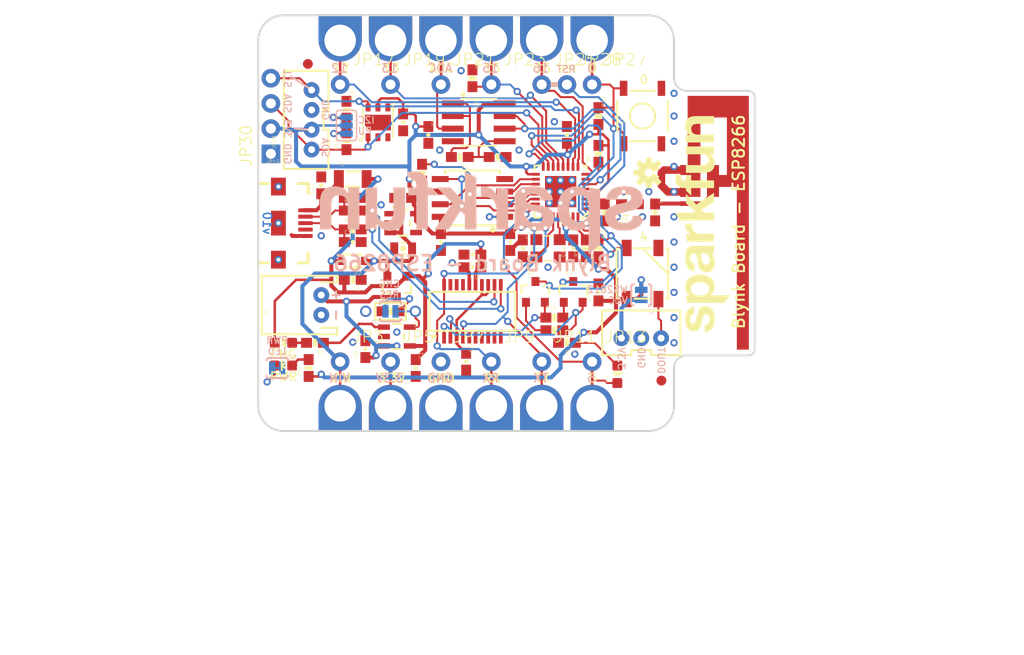
<source format=kicad_pcb>
(kicad_pcb (version 20211014) (generator pcbnew)
  (layers (0 "F.Cu" signal) (31 "B.Cu" signal) (34 "B.Paste" user) (35 "F.Paste" user) (36 "B.SilkS" user "B.Silkscreen") (37 "F.SilkS" user "F.Silkscreen") (38 "B.Mask" user) (39 "F.Mask" user) (44 "Edge.Cuts" user))
  (net 0 "")
  (net 1 "VCC")
  (net 2 "GND")
  (net 3 "N$1")
  (net 4 "N$2")
  (net 5 "N$3")
  (net 6 "CHIP_EN")
  (net 7 "U0RXI")
  (net 8 "U0TXO")
  (net 9 "RESET")
  (net 10 "LNA")
  (net 11 "DTR")
  (net 12 "ADC")
  (net 13 "GPIO5")
  (net 14 "SD_~{WP}")
  (net 15 "SD_~{HD}")
  (net 16 "SD_SI")
  (net 17 "SD_SO")
  (net 18 "SD_CLK")
  (net 19 "SD_CS0")
  (net 20 "GPIO16")
  (net 21 "GPIO15")
  (net 22 "GPIO13")
  (net 23 "GPIO12")
  (net 24 "SD_CLK0")
  (net 25 "V_USB")
  (net 26 "D-")
  (net 27 "D+")
  (net 28 "VUSB")
  (net 29 "N$4")
  (net 30 "N$7")
  (net 31 "3.3V_F")
  (net 32 "VIN")
  (net 33 "RTS")
  (net 34 "N$6")
  (net 35 "N$12")
  (net 36 "TRACE_ANT")
  (net 37 "SHIELD")
  (net 38 "2/SDA")
  (net 39 "14/SCL")
  (net 40 "0/BUTTON")
  (net 41 "WS2812-DOUT")
  (net 42 "N$15")
  (net 43 "N$18")
  (net 44 "ADC-IN")
  (net 45 "4/WS2812")
  (net 46 "N$8")
  (net 47 "V_BATT")
  (net 48 "N$17")
  (net 49 "N$9")
  (net 50 "N$14")
  (net 51 "N$5")
  (net 52 "N$10")
  (net 53 "N$11")
  (net 54 "N$13")
  (net 55 "N$16")
  (net 56 "N$19")
  (footprint "boardEagle:0603-CAP" (layer "F.Cu") (at 140.6271 96.1136 -90)
    (fp_text reference "C5")
    (fp_text value "0.1uF")
  )
  (footprint "boardEagle:1X01_ALLIGATOR_3MM_HALF" (layer "F.Cu") (at 131.7371 123.4186 180)
    (fp_text reference "JP2" hide)
    (fp_text value "DNP" hide)
  )
  (footprint "boardEagle:0603-CAP" (layer "F.Cu") (at 138.0871 102.4636 180)
    (fp_text reference "C10")
    (fp_text value "2.2uF")
  )
  (footprint "boardEagle:1X01_NO_SILK" (layer "F.Cu") (at 141.8971 91.0336)
    (fp_text reference "JP21")
    (fp_text value "DNP")
  )
  (footprint "boardEagle:0603-RES" (layer "F.Cu") (at 133.0071 103.7336)
    (fp_text reference "R13")
    (fp_text value "27")
  )
  (footprint "boardEagle:FIDUCIAL-1X2" (layer "F.Cu") (at 164.1221 120.8786)
    (fp_text reference "FID1" hide)
    (fp_text value "FIDUCIAL1X2" hide)
  )
  (footprint "boardEagle:0603-RES" (layer "F.Cu") (at 139.9921 99.9236 90)
    (fp_text reference "R9")
    (fp_text value "200")
  )
  (footprint "boardEagle:0603-RES" (layer "F.Cu") (at 133.0071 105.6386)
    (fp_text reference "R14")
    (fp_text value "27")
  )
  (footprint "boardEagle:0603-RES" (layer "F.Cu") (at 147.6121 98.3361 180)
    (fp_text reference "R4")
    (fp_text value "10K")
  )
  (footprint "boardEagle:0603-CAP" (layer "F.Cu") (at 155.2321 107.5436 90)
    (fp_text reference "C4")
    (fp_text value "10pF")
  )
  (footprint "boardEagle:1X01_ALLIGATOR_3MM_HALF" (layer "F.Cu") (at 131.7371 86.5886)
    (fp_text reference "JP16" hide)
    (fp_text value "DNP" hide)
  )
  (footprint "boardEagle:OSHW-LOGO-S" (layer "F.Cu") (at 162.8521 99.9236 90)
    (fp_text reference "LOGO2" hide)
    (fp_text value "OSHW-LOGOS" hide)
  )
  (footprint "boardEagle:SO08" (layer "F.Cu") (at 145.7071 94.8436 -90)
    (fp_text reference "IC1")
    (fp_text value "LMV358")
  )
  (footprint "boardEagle:SOD-323" (layer "F.Cu") (at 133.0071 108.8136 180)
    (fp_text reference "D2")
    (fp_text value "BAT20J")
  )
  (footprint "boardEagle:0603-CAP" (layer "F.Cu") (at 148.8821 106.9086 -90)
    (fp_text reference "C1")
    (fp_text value "10uF")
  )
  (footprint "boardEagle:1X01_NO_SILK" (layer "F.Cu") (at 146.9771 118.9736)
    (fp_text reference "JP9")
    (fp_text value "DNP")
  )
  (footprint "boardEagle:1X01_NO_SILK" (layer "F.Cu") (at 131.7371 118.9736)
    (fp_text reference "JP3")
    (fp_text value "DNP")
  )
  (footprint "boardEagle:LED-0603" (layer "F.Cu") (at 126.0221 117.0686 -90)
    (fp_text reference "D1")
    (fp_text value "Yellow")
  )
  (footprint "boardEagle:TRACE_ANTENNA_2.4GHZ_25.7MM" (layer "F.Cu") (at 166.0271 103.0351 -90)
    (fp_text reference "E1" hide)
    (fp_text value "ANTENNATRACE" hide)
  )
  (footprint "boardEagle:1X01_NO_SILK" (layer "F.Cu") (at 146.9771 91.0336)
    (fp_text reference "JP23")
    (fp_text value "DNP")
  )
  (footprint "boardEagle:1X01_ALLIGATOR_3MM_HALF" (layer "F.Cu") (at 146.9771 86.5886)
    (fp_text reference "JP22" hide)
    (fp_text value "DNP" hide)
  )
  (footprint "boardEagle:SOT23-3@1" (layer "F.Cu") (at 155.2321 111.9886)
    (fp_text reference "Q3")
    (fp_text value "MMBT2222A")
  )
  (footprint "boardEagle:1X01_NO_SILK" (layer "F.Cu") (at 154.5971 91.0336)
    (fp_text reference "JP28")
    (fp_text value "DNP")
  )
  (footprint "boardEagle:1X01_NO_SILK" (layer "F.Cu") (at 136.8171 118.9736)
    (fp_text reference "JP5")
    (fp_text value "DNP")
  )
  (footprint "boardEagle:0603-CAP" (layer "F.Cu") (at 138.0871 94.8436 -90)
    (fp_text reference "C18")
    (fp_text value "0.1uF")
  )
  (footprint "boardEagle:1X01_ALLIGATOR_3MM_HALF" (layer "F.Cu") (at 136.8171 123.4186 180)
    (fp_text reference "JP4" hide)
    (fp_text value "DNP" hide)
  )
  (footprint "boardEagle:0603-CAP" (layer "F.Cu") (at 134.2771 117.7036 90)
    (fp_text reference "C6")
    (fp_text value "4.7uF")
  )
  (footprint "boardEagle:1X01_ALLIGATOR_3MM_HALF" (layer "F.Cu") (at 136.8171 86.5886)
    (fp_text reference "JP18" hide)
    (fp_text value "DNP" hide)
  )
  (footprint "boardEagle:0603-RES@1" (layer "F.Cu") (at 145.0721 90.3986 -90)
    (fp_text reference "R20")
    (fp_text value "10K")
  )
  (footprint "boardEagle:0603-CAP" (layer "F.Cu") (at 145.0721 108.1786 180)
    (fp_text reference "C15")
    (fp_text value "4.7uF")
  )
  (footprint "boardEagle:0603-CAP" (layer "F.Cu") (at 150.1521 107.5436 -90)
    (fp_text reference "C3")
    (fp_text value "10pF")
  )
  (footprint "boardEagle:1X04_NO_SILK" (layer "F.Cu") (at 124.7521 98.0186 90)
    (fp_text reference "JP30")
    (fp_text value "DNP")
  )
  (footprint "boardEagle:JST-3-PTH-VERT" (layer "F.Cu") (at 162.0901 116.0526)
    (fp_text reference "JP14")
    (fp_text value "JST-3")
  )
  (footprint "boardEagle:0603-CAP" (layer "F.Cu") (at 129.8321 101.1936 90)
    (fp_text reference "C11")
    (fp_text value "0.1uF")
  )
  (footprint "boardEagle:1X01_ALLIGATOR_3MM_HALF" (layer "F.Cu") (at 141.8971 123.4186 180)
    (fp_text reference "JP6" hide)
    (fp_text value "DNP" hide)
  )
  (footprint "boardEagle:1X01_ALLIGATOR_3MM_HALF" (layer "F.Cu") (at 146.9771 123.4186 180)
    (fp_text reference "JP8" hide)
    (fp_text value "DNP" hide)
  )
  (footprint "boardEagle:STAND-OFF" (layer "F.Cu") (at 126.0221 86.5886)
    (fp_text reference "STANDOFF1" hide)
    (fp_text value "STAND-OFF" hide)
  )
  (footprint "boardEagle:SOT23-3@1" (layer "F.Cu") (at 151.4221 111.9886)
    (fp_text reference "Q2")
    (fp_text value "MMBT2222A")
  )
  (footprint "boardEagle:1X01_ALLIGATOR_3MM_HALF" (layer "F.Cu") (at 157.1371 86.5886)
    (fp_text reference "JP26" hide)
    (fp_text value "DNP" hide)
  )
  (footprint "boardEagle:0603-RES@1" (layer "F.Cu") (at 157.7721 107.5436 -90)
    (fp_text reference "R10")
    (fp_text value "10K")
  )
  (footprint "boardEagle:0603" (layer "F.Cu") (at 158.4071 103.9241 -90)
    (fp_text reference "L1")
    (fp_text value "DNP")
  )
  (footprint "boardEagle:QFN32" (layer "F.Cu") (at 153.9621 101.8286 180)
    (fp_text reference "U2")
    (fp_text value "ESP8266")
  )
  (footprint "boardEagle:TACTILE-SWITCH-SMD" (layer "F.Cu") (at 162.2171 94.2086 90)
    (fp_text reference "S1")
    (fp_text value "GP0")
  )
  (footprint "boardEagle:1X01_NO_SILK" (layer "F.Cu") (at 136.8171 91.0336)
    (fp_text reference "JP19")
    (fp_text value "DNP")
  )
  (footprint "boardEagle:0603-RES@1" (layer "F.Cu") (at 153.3271 115.7986 180)
    (fp_text reference "R17")
    (fp_text value "10K")
  )
  (footprint "boardEagle:0603-CAP" (layer "F.Cu") (at 133.0071 106.9086)
    (fp_text reference "C13")
    (fp_text value "47pF")
  )
  (footprint "boardEagle:0603-RES@1" (layer "F.Cu") (at 153.3271 114.5286)
    (fp_text reference "R18")
    (fp_text value "10K")
  )
  (footprint "boardEagle:0603-CAP" (layer "F.Cu") (at 139.3571 119.6086 -90)
    (fp_text reference "C19")
    (fp_text value "4.7uF")
  )
  (footprint "boardEagle:1X01_ALLIGATOR_3MM_HALF" (layer "F.Cu") (at 152.0571 86.5886)
    (fp_text reference "JP24" hide)
    (fp_text value "DNP" hide)
  )
  (footprint "boardEagle:WS2812B" (layer "F.Cu") (at 162.2171 110.0836 90)
    (fp_text reference "D4")
    (fp_text value "WS2812")
  )
  (footprint "boardEagle:1X01_NO_SILK" (layer "F.Cu") (at 131.7371 91.0336)
    (fp_text reference "JP17")
    (fp_text value "DNP")
  )
  (footprint "boardEagle:SOT23-3" (layer "F.Cu") (at 137.4521 111.3536 180)
    (fp_text reference "Q1")
    (fp_text value "2.5A/30V")
  )
  (footprint "boardEagle:0603" (layer "F.Cu") (at 163.4871 103.9241 -90)
    (fp_text reference "L2")
    (fp_text value "DNP")
  )
  (footprint "boardEagle:0805-CAP" (layer "F.Cu") (at 138.0871 107.5436 180)
    (fp_text reference "C7")
    (fp_text value "1.0uF")
  )
  (footprint "boardEagle:FIDUCIAL-1X2" (layer "F.Cu") (at 128.4821 88.9586)
    (fp_text reference "FID2" hide)
    (fp_text value "FIDUCIAL1X2" hide)
  )
  (footprint "boardEagle:1X01_NO_SILK" (layer "F.Cu") (at 157.1371 118.9736)
    (fp_text reference "JP13")
    (fp_text value "DNP")
  )
  (footprint "boardEagle:JST-2-PTH" (layer "F.Cu") (at 129.8321 113.2586 90)
    (fp_text reference "JP1")
    (fp_text value "JST_2")
  )
  (footprint "boardEagle:CRYSTAL-SMD-3.2X2.5" (layer "F.Cu") (at 152.6921 107.5436)
    (fp_text reference "Y1")
    (fp_text value "26MHz")
  )
  (footprint "boardEagle:LED-0603" (layer "F.Cu") (at 126.0221 119.3546 90)
    (fp_text reference "D5")
    (fp_text value "RED")
  )
  (footprint "boardEagle:0603-RES@1" (layer "F.Cu") (at 157.7721 94.2086 -90)
    (fp_text reference "R19")
    (fp_text value "10K")
  )
  (footprint "boardEagle:1X01_NO_SILK" (layer "F.Cu") (at 152.0571 118.9736)
    (fp_text reference "JP11")
    (fp_text value "DNP")
  )
  (footprint "boardEagle:USB-B-MICRO-SMD_V03" (layer "F.Cu") (at 125.5141 105.0036)
    (fp_text reference "JP15")
    (fp_text value "USB")
  )
  (footprint "boardEagle:PTC-1206" (layer "F.Cu") (at 133.0071 100.5586)
    (fp_text reference "F1")
    (fp_text value "500mA")
  )
  (footprint "boardEagle:0603-CAP" (layer "F.Cu") (at 154.5971 96.1136 90)
    (fp_text reference "C2")
    (fp_text value "0.1uF")
  )
  (footprint "boardEagle:0603-RES" (layer "F.Cu") (at 143.8021 98.3361 180)
    (fp_text reference "R3")
    (fp_text value "22K")
  )
  (footprint "boardEagle:0603-RES" (layer "F.Cu") (at 136.8171 113.8936)
    (fp_text reference "R6")
    (fp_text value "2.0k")
  )
  (footprint "boardEagle:0603-RES" (layer "F.Cu") (at 154.5971 117.0686 180)
    (fp_text reference "R11")
    (fp_text value "330")
  )
  (footprint "boardEagle:0603-RES" (layer "F.Cu") (at 156.5021 107.5436 90)
    (fp_text reference "R1")
    (fp_text value "12k")
  )
  (footprint "boardEagle:0603-CAP" (layer "F.Cu") (at 141.8971 106.9086 -90)
    (fp_text reference "C17")
    (fp_text value "0.1uF")
  )
  (footprint "boardEagle:SOIC-8" (layer "F.Cu") (at 145.0721 102.4636 90)
    (fp_text reference "U5")
    (fp_text value "W25Q32FVSS")
  )
  (footprint "boardEagle:0603-CAP" (layer "F.Cu") (at 160.9471 103.0986)
    (fp_text reference "C8")
    (fp_text value "5.6pF")
  )
  (footprint "boardEagle:STAND-OFF" (layer "F.Cu") (at 126.0221 123.4186)
    (fp_text reference "STANDOFF2" hide)
    (fp_text value "STAND-OFF" hide)
  )
  (footprint "boardEagle:0603-CAP" (layer "F.Cu") (at 144.4371 118.9736 -90)
    (fp_text reference "C16")
    (fp_text value "0.1uF")
  )
  (footprint "boardEagle:0603-RES@1" (layer "F.Cu") (at 133.0071 110.7186 180)
    (fp_text reference "R7")
    (fp_text value "10K")
  )
  (footprint "boardEagle:1X01_ALLIGATOR_3MM_HALF" (layer "F.Cu") (at 141.8971 86.5886)
    (fp_text reference "JP20" hide)
    (fp_text value "DNP" hide)
  )
  (footprint "boardEagle:CREATIVE_COMMONS" (layer "F.Cu") (at 117.7671 148.1836)
    (fp_text reference "FRAME1" hide)
    (fp_text value "FRAME-LEDGER" hide)
  )
  (footprint "boardEagle:SSOP20_L" (layer "F.Cu") (at 145.0721 113.8936)
    (fp_text reference "U4")
    (fp_text value "FT231XS-U")
  )
  (footprint "boardEagle:1X01_NO_SILK" (layer "F.Cu") (at 157.1371 91.0336)
    (fp_text reference "JP27")
    (fp_text value "DNP")
  )
  (footprint "boardEagle:JST-4-PTH-VERT" (layer "F.Cu") (at 128.3081 94.5896 90)
    (fp_text reference "JP29")
    (fp_text value "JST-4")
  )
  (footprint "boardEagle:SOT23-5" (layer "F.Cu") (at 138.0871 105.0036 -90)
    (fp_text reference "U3")
    (fp_text value "AP2112K-3.3V")
  )
  (footprint "boardEagle:0603-CAP" (layer "F.Cu") (at 145.0721 109.4486 180)
    (fp_text reference "C14")
    (fp_text value "0.1uF")
  )
  (footprint "boardEagle:1X01_ALLIGATOR_3MM_HALF" (layer "F.Cu") (at 152.0571 123.4186 180)
    (fp_text reference "JP10" hide)
    (fp_text value "DNP" hide)
  )
  (footprint "boardEagle:STAND-OFF" (layer "F.Cu") (at 162.8521 86.5886)
    (fp_text reference "STANDOFF3" hide)
    (fp_text value "STAND-OFF" hide)
  )
  (footprint "boardEagle:1X01_NO_SILK" (layer "F.Cu") (at 141.8971 118.9736)
    (fp_text reference "JP7")
    (fp_text value "DNP")
  )
  (footprint "boardEagle:0603-RES@1" (layer "F.Cu") (at 157.7721 98.0186 90)
    (fp_text reference "R8")
    (fp_text value "10K")
  )
  (footprint "boardEagle:0603-CAP" (layer "F.Cu") (at 157.7721 111.9886 90)
    (fp_text reference "C9")
    (fp_text value "0.1uF")
  )
  (footprint "boardEagle:1X01_NO_SILK" (layer "F.Cu") (at 152.0571 91.0336)
    (fp_text reference "JP25")
    (fp_text value "DNP")
  )
  (footprint "boardEagle:0603-CAP" (layer "F.Cu") (at 133.0071 102.4636)
    (fp_text reference "C12")
    (fp_text value "47pF")
  )
  (footprint "boardEagle:0603-RES" (layer "F.Cu") (at 128.5621 119.6086 90)
    (fp_text reference "R12")
    (fp_text value "1K")
  )
  (footprint "boardEagle:1X01_ALLIGATOR_3MM_HALF" (layer "F.Cu") (at 157.1371 123.4186 180)
    (fp_text reference "JP12" hide)
    (fp_text value "DNP" hide)
  )
  (footprint "boardEagle:SFE_LOGO_NAME_.2" (layer "F.Cu") (at 171.1071 115.9891 90)
    (fp_text reference "LOGO1" hide)
    (fp_text value "SFE_LOGO_NAME.2_INCH" hide)
  )
  (footprint "boardEagle:0603-RES" (layer "F.Cu") (at 132.3721 93.5736 -90)
    (fp_text reference "R16")
    (fp_text value "4.7K")
  )
  (footprint "boardEagle:SOT23-5" (layer "F.Cu") (at 137.4521 116.4336 -90)
    (fp_text reference "U1")
    (fp_text value "MCP73831")
  )
  (footprint "boardEagle:SI7021" (layer "F.Cu") (at 135.5471 94.8436 -90)
    (fp_text reference "U6")
    (fp_text value "SI7021")
  )
  (footprint "boardEagle:0603-RES" (layer "F.Cu") (at 129.1971 117.0686 180)
    (fp_text reference "R2")
    (fp_text value "1K")
  )
  (footprint "boardEagle:1_6W-RES" (layer "F.Cu") (at 136.8171 113.8936)
    (fp_text reference "R5")
    (fp_text value "DNP" hide)
  )
  (footprint "boardEagle:0603-RES" (layer "F.Cu") (at 132.3721 96.7486 90)
    (fp_text reference "R15")
    (fp_text value "4.7K")
  )
  (footprint "boardEagle:STAND-OFF" (layer "F.Cu") (at 162.8521 123.4186)
    (fp_text reference "STANDOFF4" hide)
    (fp_text value "STAND-OFF" hide)
  )
  (footprint "boardEagle:LED-0603" (layer "F.Cu") (at 159.6771 120.2436)
    (fp_text reference "D3")
    (fp_text value "BLUE")
  )
  (footprint "boardEagle:PAD-JUMPER-2-NC_BY_TRACE_YES_SILK" (layer "B.Cu") (at 125.3871 119.6086 180)
    (fp_text reference "SJ2")
    (fp_text value "PWRLED")
  )
  (footprint "boardEagle:SFE_LOGO_NAME_.3" (layer "B.Cu") (at 162.8521 108.1786 180)
    (fp_text reference "LOGO3" hide)
    (fp_text value "SFE_LOGO_NAME.3_INCH" hide)
  )
  (footprint "boardEagle:PAD-JUMPER-2-NC_BY_TRACE_YES_SILK" (layer "B.Cu") (at 162.0901 112.2426 90)
    (fp_text reference "SJ3")
    (fp_text value "WS2812-VCC")
  )
  (footprint "boardEagle:PAD-JUMPER-2-NC_BY_TRACE_YES_SILK" (layer "B.Cu") (at 136.8171 113.8936)
    (fp_text reference "SJ1")
    (fp_text value "DNP")
  )
  (footprint "boardEagle:PAD-JUMPER-3-3OF3_NC_BY_TRACE_YES_SILK_FULL_BOX" (layer "B.Cu") (at 132.3721 95.1611 -90)
    (fp_text reference "SJ4")
    (fp_text value "DNP")
  )
  (gr_line (start 153.2001 91.0336) (end 153.4541 91.0336) (layer "B.SilkS") (width 0.508))
  (gr_line (start 131.3321 112.2586) (end 131.3321 111.8776) (layer "B.SilkS") (width 0.2032))
  (gr_line (start 127.1651 95.4786) (end 128.8161 95.6056) (layer "B.SilkS") (width 0.2032))
  (gr_line (start 131.3321 113.8776) (end 131.3321 114.6396) (layer "B.SilkS") (width 0.2032))
  (gr_line (start 131.3321 112.2586) (end 130.9511 112.2586) (layer "B.SilkS") (width 0.2032))
  (gr_line (start 127.0381 90.3986) (end 128.8161 91.5416) (layer "B.SilkS") (width 0.2032))
  (gr_line (start 131.3321 112.2586) (end 131.7131 112.2586) (layer "B.SilkS") (width 0.2032))
  (gr_line (start 131.3321 112.2586) (end 131.3321 112.6396) (layer "B.SilkS") (width 0.2032))
  (gr_line (start 131.3321 113.8776) (end 131.3321 114.6396) (layer "F.SilkS") (width 0.2032))
  (gr_line (start 153.2001 91.0336) (end 153.4541 91.0336) (layer "F.SilkS") (width 0.508))
  (gr_line (start 131.3321 112.2586) (end 131.3321 111.8776) (layer "F.SilkS") (width 0.2032))
  (gr_line (start 131.3321 112.2586) (end 130.9511 112.2586) (layer "F.SilkS") (width 0.2032))
  (gr_line (start 131.3321 112.2586) (end 131.3321 112.6396) (layer "F.SilkS") (width 0.2032))
  (gr_line (start 131.3321 112.2586) (end 131.7131 112.2586) (layer "F.SilkS") (width 0.2032))
  (gr_line (start 123.4821 123.4186) (end 123.4821 86.5886) (layer "Edge.Cuts") (width 0.2032))
  (gr_arc (start 165.3921 123.4186) (mid 164.648151 125.214651) (end 162.8521 125.9586) (layer "Edge.Cuts") (width 0.2032))
  (gr_line (start 162.8521 125.9586) (end 126.0221 125.9586) (layer "Edge.Cuts") (width 0.2032))
  (gr_arc (start 126.0221 125.9586) (mid 124.226049 125.214651) (end 123.4821 123.4186) (layer "Edge.Cuts") (width 0.2032))
  (gr_arc (start 172.8851 91.6686) (mid 173.334113 91.854587) (end 173.5201 92.3036) (layer "Edge.Cuts") (width 0.2032))
  (gr_arc (start 123.4821 86.5886) (mid 124.226049 84.792549) (end 126.0221 84.0486) (layer "Edge.Cuts") (width 0.2032))
  (gr_line (start 173.5201 92.3036) (end 173.5201 117.7036) (layer "Edge.Cuts") (width 0.2032))
  (gr_line (start 126.0221 84.0486) (end 162.8521 84.0486) (layer "Edge.Cuts") (width 0.2032))
  (gr_line (start 165.3921 119.6086) (end 165.3921 123.4186) (layer "Edge.Cuts") (width 0.2032))
  (gr_line (start 166.6621 91.6686) (end 172.8851 91.6686) (layer "Edge.Cuts") (width 0.2032))
  (gr_arc (start 166.6621 91.6686) (mid 165.764074 91.296626) (end 165.3921 90.3986) (layer "Edge.Cuts") (width 0.2032))
  (gr_line (start 172.8851 118.3386) (end 166.6621 118.3386) (layer "Edge.Cuts") (width 0.2032))
  (gr_arc (start 162.8521 84.0486) (mid 164.648151 84.792549) (end 165.3921 86.5886) (layer "Edge.Cuts") (width 0.2032))
  (gr_line (start 165.3921 86.5886) (end 165.3921 90.3986) (layer "Edge.Cuts") (width 0.2032))
  (gr_arc (start 173.5201 117.7036) (mid 173.334113 118.152613) (end 172.8851 118.3386) (layer "Edge.Cuts") (width 0.2032))
  (gr_arc (start 165.3921 119.6086) (mid 165.764074 118.710574) (end 166.6621 118.3386) (layer "Edge.Cuts") (width 0.2032))
  (gr_text "v10" (at 124.8791 105.0036 -90) (layer "B.Cu") (effects (font (size 0.8636 0.8636) (thickness 0.1524)) (justify top mirror)))
  (gr_text "PWR\nLED" (at 125.3871 118.3386) (layer "B.SilkS") (effects (font (size 0.69088 0.69088) (thickness 0.12192)) (justify bottom mirror)))
  (gr_text "GND" (at 126.0221 98.0186 -90) (layer "B.SilkS") (effects (font (size 0.69088 0.69088) (thickness 0.12192)) (justify bottom mirror)))
  (gr_text "RX" (at 146.8882 121.1326) (layer "B.SilkS") (effects (font (size 0.8636 0.8636) (thickness 0.1524)) (justify bottom mirror)))
  (gr_text "CHG\nRES" (at 136.6901 112.6236) (layer "B.SilkS") (effects (font (size 0.69088 0.69088) (thickness 0.12192)) (justify bottom mirror)))
  (gr_text "VIN" (at 131.6482 121.1326) (layer "B.SilkS") (effects (font (size 0.8636 0.8636) (thickness 0.1524)) (justify bottom mirror)))
  (gr_text "GND" (at 162.0901 117.4496 -90) (layer "B.SilkS") (effects (font (size 0.69088 0.69088) (thickness 0.12192)) (justify right mirror)))
  (gr_text "TX" (at 151.9682 121.1326) (layer "B.SilkS") (effects (font (size 0.8636 0.8636) (thickness 0.1524)) (justify bottom mirror)))
  (gr_text "12" (at 131.6482 88.8746) (layer "B.SilkS") (effects (font (size 0.8636 0.8636) (thickness 0.1524)) (justify top mirror)))
  (gr_text "Blynk Board - ESP8266" (at 145.0721 108.1786) (layer "B.SilkS") (effects (font (size 1.5113 1.5113) (thickness 0.2667)) (justify top mirror)))
  (gr_text "5" (at 157.0482 121.1326) (layer "B.SilkS") (effects (font (size 0.8636 0.8636) (thickness 0.1524)) (justify bottom mirror)))
  (gr_text "SDA" (at 129.8321 97.3836 -90) (layer "B.SilkS") (effects (font (size 0.69088 0.69088) (thickness 0.12192)) (justify bottom mirror)))
  (gr_text "DOUT" (at 164.0901 117.4496 -90) (layer "B.SilkS") (effects (font (size 0.69088 0.69088) (thickness 0.12192)) (justify right mirror)))
  (gr_text "WS2812\nVCC" (at 160.8074 112.2426) (layer "B.SilkS") (effects (font (size 0.69088 0.69088) (thickness 0.12192)) (justify left mirror)))
  (gr_text "SCL" (at 126.0221 90.3986 -90) (layer "B.SilkS") (effects (font (size 0.69088 0.69088) (thickness 0.12192)) (justify bottom mirror)))
  (gr_text "RST" (at 154.5082 89.0778) (layer "B.SilkS") (effects (font (size 0.69088 0.69088) (thickness 0.12192)) (justify top mirror)))
  (gr_text "16" (at 151.9682 88.8746) (layer "B.SilkS") (effects (font (size 0.8636 0.8636) (thickness 0.1524)) (justify top mirror)))
  (gr_text "3V3" (at 126.0221 95.4786 -90) (layer "B.SilkS") (effects (font (size 0.69088 0.69088) (thickness 0.12192)) (justify bottom mirror)))
  (gr_text "SDA" (at 126.0221 92.9386 -90) (layer "B.SilkS") (effects (font (size 0.69088 0.69088) (thickness 0.12192)) (justify bottom mirror)))
  (gr_text "ADC" (at 141.8082 88.8746) (layer "B.SilkS") (effects (font (size 0.8636 0.8636) (thickness 0.1524)) (justify top mirror)))
  (gr_text "15" (at 146.8882 88.8746) (layer "B.SilkS") (effects (font (size 0.8636 0.8636) (thickness 0.1524)) (justify top mirror)))
  (gr_text "3.3V" (at 160.0901 117.4496 -90) (layer "B.SilkS") (effects (font (size 0.69088 0.69088) (thickness 0.12192)) (justify right mirror)))
  (gr_text "0" (at 157.0482 88.8746) (layer "B.SilkS") (effects (font (size 0.8636 0.8636) (thickness 0.1524)) (justify top mirror)))
  (gr_text "GND" (at 141.8082 121.1326) (layer "B.SilkS") (effects (font (size 0.8636 0.8636) (thickness 0.1524)) (justify bottom mirror)))
  (gr_text "GND" (at 129.8321 93.5736 -90) (layer "B.SilkS") (effects (font (size 0.69088 0.69088) (thickness 0.12192)) (justify bottom mirror)))
  (gr_text "I2C\nPU" (at 133.4516 95.1611) (layer "B.SilkS") (effects (font (size 0.69088 0.69088) (thickness 0.12192)) (justify right mirror)))
  (gr_text "3.3V" (at 136.7282 121.1326) (layer "B.SilkS") (effects (font (size 0.8636 0.8636) (thickness 0.1524)) (justify bottom mirror)))
  (gr_text "13" (at 136.7282 88.8746) (layer "B.SilkS") (effects (font (size 0.8636 0.8636) (thickness 0.1524)) (justify top mirror)))
  (gr_text "0" (at 157.226 88.8746) (layer "F.SilkS") (effects (font (size 0.8636 0.8636) (thickness 0.1524)) (justify top)))
  (gr_text "3.3V" (at 136.906 121.1326) (layer "F.SilkS") (effects (font (size 0.8636 0.8636) (thickness 0.1524)) (justify bottom)))
  (gr_text "RX" (at 147.066 121.1326) (layer "F.SilkS") (effects (font (size 0.8636 0.8636) (thickness 0.1524)) (justify bottom)))
  (gr_text "15" (at 147.066 88.8746) (layer "F.SilkS") (effects (font (size 0.8636 0.8636) (thickness 0.1524)) (justify top)))
  (gr_text "RST" (at 154.686 89.0778) (layer "F.SilkS") (effects (font (size 0.69088 0.69088) (thickness 0.12192)) (justify top)))
  (gr_text "ADC" (at 141.986 88.8746) (layer "F.SilkS") (effects (font (size 0.8636 0.8636) (thickness 0.1524)) (justify top)))
  (gr_text "GND" (at 141.986 121.1326) (layer "F.SilkS") (effects (font (size 0.8636 0.8636) (thickness 0.1524)) (justify bottom)))
  (gr_text "TX" (at 152.146 121.1326) (layer "F.SilkS") (effects (font (size 0.8636 0.8636) (thickness 0.1524)) (justify bottom)))
  (gr_text "13" (at 136.906 88.8746) (layer "F.SilkS") (effects (font (size 0.8636 0.8636) (thickness 0.1524)) (justify top)))
  (gr_text "12" (at 131.826 88.8746) (layer "F.SilkS") (effects (font (size 0.8636 0.8636) (thickness 0.1524)) (justify top)))
  (gr_text "CHG" (at 126.0221 117.7036) (layer "F.SilkS") (effects (font (size 0.8636 0.8636) (thickness 0.1524)) (justify top)))
  (gr_text "5" (at 157.226 121.1326) (layer "F.SilkS") (effects (font (size 0.8636 0.8636) (thickness 0.1524)) (justify bottom)))
  (gr_text "PWR" (at 126.0221 119.9896) (layer "F.SilkS") (effects (font (size 0.8636 0.8636) (thickness 0.1524)) (justify top)))
  (gr_text "16" (at 152.146 88.8746) (layer "F.SilkS") (effects (font (size 0.8636 0.8636) (thickness 0.1524)) (justify top)))
  (gr_text "0" (at 162.3441 91.0336) (layer "F.SilkS") (effects (font (size 0.8636 0.8636) (thickness 0.1524)) (justify bottom)))
  (gr_text "4" (at 162.3441 106.9086) (layer "F.SilkS") (effects (font (size 0.8636 0.8636) (thickness 0.1524)) (justify bottom)))
  (gr_text "VIN" (at 131.826 121.1326) (layer "F.SilkS") (effects (font (size 0.8636 0.8636) (thickness 0.1524)) (justify bottom)))
  (gr_text "Blynk Board - ESP8266" (at 171.2341 104.8766 90) (layer "F.SilkS") (effects (font (size 1.16586 1.16586) (thickness 0.20574)) (justify top)))
  (segment (start 157.7721 96.0501) (end 158.2166 96.0501) (width 0.254) (layer "F.Cu") (net 1))
  (segment (start 129.6171 120.4586) (end 129.8321 120.2436) (width 0.254) (layer "F.Cu") (net 1))
  (segment (start 157.7721 95.0586) (end 157.7721 96.0501) (width 0.254) (layer "F.Cu") (net 1))
  (segment (start 145.7071 96.1136) (end 145.7071 93.5736) (width 0.4064) (layer "F.Cu") (net 1))
  (segment (start 145.7071 93.5736) (end 146.3421 92.9386) (width 0.4064) (layer "F.Cu") (net 1))
  (segment (start 135.8646 92.4306) (end 135.5471 92.7481) (width 0.254) (layer "F.Cu") (net 1))
  (segment (start 157.1371 103.7336) (end 157.1371 104.4321) (width 0.254) (layer "F.Cu") (net 1))
  (segment (start 157.0221 102.5786) (end 157.1371 102.4636) (width 0.254) (layer "F.Cu") (net 1))
  (segment (start 139.1666 102.4636) (end 139.1666 103.1621) (width 0.4064) (layer "F.Cu") (net 1))
  (segment (start 161.6721 112.6606) (end 162.0901 112.2426) (width 0.4064) (layer "F.Cu") (net 1))
  (segment (start 135.5471 92.7481) (end 135.5471 93.3436) (width 0.254) (layer "F.Cu") (net 1))
  (segment (start 157.1371 104.4321) (end 156.5656 105.0036) (width 0.254) (layer "F.Cu") (net 1))
  (segment (start 141.8971 104.4448) (end 141.8971 106.0586) (width 0.4064) (layer "F.Cu") (net 1))
  (segment (start 154.5971 98.0313) (end 154.674 98.1082) (width 0.254) (layer "F.Cu") (net 1))
  (segment (start 146.3421 92.9386) (end 148.3233 92.9386) (width 0.4064) (layer "F.Cu") (net 1))
  (segment (start 162.0901 112.2426) (end 162.0901 110.7186) (width 0.4064) (layer "F.Cu") (net 1))
  (segment (start 138.0871 93.9936) (end 139.1421 93.9936) (width 0.254) (layer "F.Cu") (net 1))
  (segment (start 139.3571 94.2086) (end 139.3571 95.2636) (width 0.254) (layer "F.Cu") (net 1))
  (segment (start 157.7721 97.1686) (end 158.7881 97.1686) (width 0.254) (layer "F.Cu") (net 1))
  (segment (start 149.9861 105.4236) (end 149.5171 105.4236) (width 0.4064) (layer "F.Cu") (net 1))
  (segment (start 141.8971 104.4448) (end 141.8209 104.3686) (width 0.4064) (layer "F.Cu") (net 1))
  (segment (start 159.5501 112.6606) (end 159.5501 110.5916) (width 0.4064) (layer "F.Cu") (net 1))
  (segment (start 156.4621 102.0786) (end 157.1371 102.0786) (width 0.254) (layer "F.Cu") (net 1))
  (segment (start 156.2871 116.0136) (end 157.5571 116.0136) (width 0.4064) (layer "F.Cu") (net 1))
  (segment (start 141.8971 106.0586) (end 141.0471 106.0586) (width 0.4064) (layer "F.Cu") (net 1))
  (segment (start 154.7121 105.2966) (end 154.5216 105.4871) (width 0.254) (layer "F.Cu") (net 1))
  (segment (start 157.7721 109.6391) (end 158.5976 109.6391) (width 0.4064) (layer "F.Cu") (net 1))
  (segment (start 158.2166 96.0501) (end 158.7881 96.6216) (width 0.254) (layer "F.Cu") (net 1))
  (segment (start 137.5791 92.4306) (end 135.8646 92.4306) (width 0.254) (layer "F.Cu") (net 1))
  (segment (start 139.3571 95.2636) (end 140.6271 95.2636) (width 0.254) (layer "F.Cu") (net 1))
  (segment (start 138.9371 101.5356) (end 138.9371 102.4636) (width 0.4064) (layer "F.Cu") (net 1))
  (segment (start 149.5171 105.4236) (end 148.8821 106.0586) (width 0.4064) (layer "F.Cu") (net 1))
  (segment (start 139.9921 105.0036) (end 139.6111 105.0036) (width 0.4064) (layer "F.Cu") (net 1))
  (segment (start 157.5571 116.0136) (end 159.5501 114.0206) (width 0.4064) (layer "F.Cu") (net 1))
  (segment (start 156.4621 102.5786) (end 157.0221 102.5786) (width 0.254) (layer "F.Cu") (net 1))
  (segment (start 128.5621 120.4586) (end 129.6171 120.4586) (width 0.254) (layer "F.Cu") (net 1))
  (segment (start 154.7121 99.3286) (end 154.7121 98.1463) (width 0.254) (layer "F.Cu") (net 1))
  (segment (start 160.6171 112.6606) (end 161.6721 112.6606) (width 0.4064) (layer "F.Cu") (net 1))
  (segment (start 154.2121 104.3286) (end 154.2121 105.1776) (width 0.254) (layer "F.Cu") (net 1))
  (segment (start 138.0871 93.9936) (end 138.0871 92.9386) (width 0.254) (layer "F.Cu") (net 1))
  (segment (start 139.1666 103.1621) (end 139.3872 103.3827) (width 0.4064) (layer "F.Cu") (net 1))
  (segment (start 148.8821 106.0586) (end 141.8971 106.0586) (width 0.4064) (layer "F.Cu") (net 1))
  (segment (start 141.0471 106.0586) (end 139.9921 105.0036) (width 0.4064) (layer "F.Cu") (net 1))
  (segment (start 154.2121 105.1776) (end 154.5216 105.4871) (width 0.254) (layer "F.Cu") (net 1))
  (segment (start 158.7881 96.6216) (end 158.7881 97.1686) (width 0.254) (layer "F.Cu") (net 1))
  (segment (start 151.4621 100.0786) (end 150.6881 100.0786) (width 0.254) (layer "F.Cu") (net 1))
  (segment (start 150.4976 99.2886) (end 150.4976 99.8881) (width 0.254) (layer "F.Cu") (net 1))
  (segment (start 150.6881 100.0786) (end 150.4976 99.8881) (width 0.254) (layer "F.Cu") (net 1))
  (segment (start 156.9821 103.5786) (end 157.1371 103.7336) (width 0.254) (layer "F.Cu") (net 1))
  (segment (start 160.6171 112.6606) (end 159.5501 112.6606) (width 0.4064) (layer "F.Cu") (net 1))
  (segment (start 136.8171 123.4186) (end 136.8171 118.9736) (width 0.254) (layer "F.Cu") (net 1))
  (segment (start 139.3872 104.0536) (end 139.3872 104.7797) (width 0.4064) (layer "F.Cu") (net 1))
  (segment (start 138.7221 100.5586) (end 138.7221 101.3206) (width 0.4064) (layer "F.Cu") (net 1))
  (segment (start 159.5501 114.0206) (end 159.5501 112.8386) (width 0.4064) (layer "F.Cu") (net 1))
  (segment (start 157.7721 108.3936) (end 157.7721 109.6391) (width 0.4064) (layer "F.Cu") (net 1))
  (segment (start 158.7881 100.8126) (end 157.5221 102.0786) (width 0.254) (layer "F.Cu") (net 1))
  (segment (start 159.5501 112.8386) (end 159.5501 112.6606) (width 0.4064) (layer "F.Cu") (net 1))
  (segment (start 156.4621 103.5786) (end 156.9821 103.5786) (width 0.254) (layer "F.Cu") (net 1))
  (segment (start 157.7721 112.8386) (end 159.5501 112.8386) (width 0.4064) (layer "F.Cu") (net 1))
  (segment (start 138.7221 101.3206) (end 138.9371 101.5356) (width 0.4064) (layer "F.Cu") (net 1))
  (segment (start 139.3872 104.7797) (end 139.6111 105.0036) (width 0.4064) (layer "F.Cu") (net 1))
  (segment (start 154.5971 96.9636) (end 154.5971 98.0313) (width 0.254) (layer "F.Cu") (net 1))
  (segment (start 156.8831 96.0501) (end 157.7721 96.0501) (width 0.254) (layer "F.Cu") (net 1))
  (segment (start 139.1421 93.9936) (end 139.3571 94.2086) (width 0.254) (layer "F.Cu") (net 1))
  (segment (start 159.5501 110.5916) (end 158.5976 109.6391) (width 0.4064) (layer "F.Cu") (net 1))
  (segment (start 157.1371 102.0786) (end 157.5221 102.0786) (width 0.254) (layer "F.Cu") (net 1))
  (segment (start 154.7121 104.3286) (end 154.7121 105.2966) (width 0.254) (layer "F.Cu") (net 1))
  (segment (start 138.0871 92.9386) (end 137.5791 92.4306) (width 0.254) (layer "F.Cu") (net 1))
  (segment (start 139.1666 102.4636) (end 138.9371 102.4636) (width 0.4064) (layer "F.Cu") (net 1))
  (segment (start 158.7881 97.1686) (end 158.7881 100.8126) (width 0.254) (layer "F.Cu") (net 1))
  (segment (start 154.7121 98.1463) (end 154.674 98.1082) (width 0.254) (layer "F.Cu") (net 1))
  (segment (start 139.3872 104.0536) (end 139.3872 103.3827) (width 0.4064) (layer "F.Cu") (net 1))
  (segment (start 157.1371 102.4636) (end 157.1371 102.0786) (width 0.254) (layer "F.Cu") (net 1))
  (via (at 145.7071 96.1136) (size 0.7366) (drill 0.381) (layers "F.Cu" "B.Cu") (net 1))
  (via (at 156.8831 96.0501) (size 0.7366) (drill 0.381) (layers "F.Cu" "B.Cu") (net 1))
  (via (at 150.4976 99.2886) (size 0.7366) (drill 0.381) (layers "F.Cu" "B.Cu") (net 1))
  (via (at 156.2871 116.0136) (size 0.7366) (drill 0.381) (layers "F.Cu" "B.Cu") (net 1))
  (via (at 138.7221 100.5586) (size 0.7366) (drill 0.381) (layers "F.Cu" "B.Cu") (net 1))
  (via (at 129.8321 120.2436) (size 0.7366) (drill 0.381) (layers "F.Cu" "B.Cu") (net 1))
  (via (at 149.9861 105.4236) (size 0.7366) (drill 0.381) (layers "F.Cu" "B.Cu") (net 1))
  (via (at 156.5656 105.0036) (size 0.7366) (drill 0.381) (layers "F.Cu" "B.Cu") (net 1))
  (via (at 162.0901 110.7186) (size 0.7366) (drill 0.381) (layers "F.Cu" "B.Cu") (net 1))
  (via (at 154.674 98.1082) (size 0.7366) (drill 0.381) (layers "F.Cu" "B.Cu") (net 1))
  (via (at 157.7721 109.6391) (size 0.7366) (drill 0.381) (layers "F.Cu" "B.Cu") (net 1))
  (via (at 154.5216 105.4871) (size 0.7366) (drill 0.381) (layers "F.Cu" "B.Cu") (net 1))
  (via (at 139.3571 95.2636) (size 0.7366) (drill 0.381) (layers "F.Cu" "B.Cu") (net 1))
  (segment (start 126.0221 95.4786) (end 126.1331 95.5896) (width 0.4064) (layer "B.Cu") (net 1))
  (segment (start 138.7221 96.7486) (end 139.3571 96.1136) (width 0.4064) (layer "B.Cu") (net 1))
  (segment (start 136.8171 118.9736) (end 136.8171 120.5611) (width 0.4064) (layer "B.Cu") (net 1))
  (segment (start 150.4976 99.2886) (end 148.8821 99.2886) (width 0.4064) (layer "B.Cu") (net 1))
  (segment (start 153.9621 118.3386) (end 156.2871 116.0136) (width 0.4064) (layer "B.Cu") (net 1))
  (segment (start 155.5891 97.1931) (end 155.7401 97.1931) (width 0.4064) (layer "B.Cu") (net 1))
  (segment (start 154.3311 104.6226) (end 151.0411 104.6226) (width 0.4064) (layer "B.Cu") (net 1))
  (segment (start 153.9621 118.3386) (end 153.9621 119.6086) (width 0.4064) (layer "B.Cu") (net 1))
  (segment (start 154.674 98.1082) (end 155.5891 97.1931) (width 0.4064) (layer "B.Cu") (net 1))
  (segment (start 139.3571 95.2636) (end 139.3571 96.1136) (width 0.4064) (layer "B.Cu") (net 1))
  (segment (start 151.4221 99.2886) (end 152.6025 98.1082) (width 0.4064) (layer "B.Cu") (net 1))
  (segment (start 153.0096 120.5611) (end 136.8171 120.5611) (width 0.4064) (layer "B.Cu") (net 1))
  (segment (start 128.8581 95.5896) (end 129.2866 95.1611) (width 0.254) (layer "B.Cu") (net 1))
  (segment (start 157.7721 109.6391) (end 154.5216 106.3886) (width 0.4064) (layer "B.Cu") (net 1))
  (segment (start 153.9621 119.6086) (end 153.0096 120.5611) (width 0.4064) (layer "B.Cu") (net 1))
  (segment (start 130.1496 120.5611) (end 129.8321 120.2436) (width 0.4064) (layer "B.Cu") (net 1))
  (segment (start 127.8001 99.2886) (end 138.7221 99.2886) (width 0.4064) (layer "B.Cu") (net 1))
  (segment (start 138.7221 99.2886) (end 138.7221 96.7486) (width 0.4064) (layer "B.Cu") (net 1))
  (segment (start 154.5216 105.4871) (end 154.5216 106.3886) (width 0.4064) (layer "B.Cu") (net 1))
  (segment (start 127.2921 98.7806) (end 127.8001 99.2886) (width 0.4064) (layer "B.Cu") (net 1))
  (segment (start 150.4976 99.2886) (end 151.4221 99.2886) (width 0.4064) (layer "B.Cu") (net 1))
  (segment (start 127.2921 95.5896) (end 127.2921 98.7806) (width 0.4064) (layer "B.Cu") (net 1))
  (segment (start 154.7121 105.2966) (end 154.5216 105.4871) (width 0.4064) (layer "B.Cu") (net 1))
  (segment (start 129.2866 95.1611) (end 132.3721 95.1611) (width 0.254) (layer "B.Cu") (net 1))
  (segment (start 154.3311 104.6226) (end 154.7121 105.0036) (width 0.4064) (layer "B.Cu") (net 1))
  (segment (start 152.6025 98.1082) (end 154.674 98.1082) (width 0.4064) (layer "B.Cu") (net 1))
  (segment (start 148.8821 99.2886) (end 145.7071 96.1136) (width 0.4064) (layer "B.Cu") (net 1))
  (segment (start 149.9861 105.4236) (end 150.2401 105.4236) (width 0.4064) (layer "B.Cu") (net 1))
  (segment (start 126.1331 95.5896) (end 127.2921 95.5896) (width 0.4064) (layer "B.Cu") (net 1))
  (segment (start 124.7521 95.4786) (end 126.0221 95.4786) (width 0.4064) (layer "B.Cu") (net 1))
  (segment (start 154.7121 105.0036) (end 154.7121 105.2966) (width 0.4064) (layer "B.Cu") (net 1))
  (segment (start 156.8831 96.0501) (end 155.7401 97.1931) (width 0.4064) (layer "B.Cu") (net 1))
  (segment (start 127.2921 95.5896) (end 128.8581 95.5896) (width 0.4064) (layer "B.Cu") (net 1))
  (segment (start 162.0901 110.7186) (end 162.0901 111.7346) (width 0.4064) (layer "B.Cu") (net 1))
  (segment (start 150.2401 105.4236) (end 151.0411 104.6226) (width 0.4064) (layer "B.Cu") (net 1))
  (segment (start 145.7071 96.1136) (end 139.3571 96.1136) (width 0.4064) (layer "B.Cu") (net 1))
  (segment (start 138.7221 100.5586) (end 138.7221 99.2886) (width 0.4064) (layer "B.Cu") (net 1))
  (segment (start 136.8171 120.5611) (end 130.1496 120.5611) (width 0.4064) (layer "B.Cu") (net 1))
  (segment (start 156.5656 105.0036) (end 154.7121 105.0036) (width 0.4064) (layer "B.Cu") (net 1))
  (segment (start 126.9411 106.3036) (end 126.8476 106.2101) (width 0.4064) (layer "F.Cu") (net 2))
  (segment (start 164.1221 101.1936) (end 164.1221 99.9236) (width 0.762) (layer "F.Cu") (net 2))
  (segment (start 166.2571 99.6551) (end 164.3906 99.6551) (width 0.762) (layer "F.Cu") (net 2))
  (segment (start 144.2221 109.4486) (end 144.2221 109.4876) (width 0.3556) (layer "F.Cu") (net 2))
  (segment (start 144.7546 110.0201) (end 144.2221 109.4876) (width 0.3556) (layer "F.Cu") (net 2))
  (segment (start 164.3906 99.6551) (end 164.1221 99.9236) (width 0.762) (layer "F.Cu") (net 2))
  (segment (start 128.2391 106.3036) (end 126.9411 106.3036) (width 0.4064) (layer "F.Cu") (net 2))
  (segment (start 164.7836 101.8551) (end 164.1221 101.1936) (width 0.762) (layer "F.Cu") (net 2))
  (segment (start 166.2571 101.8551) (end 164.7836 101.8551) (width 0.762) (layer "F.Cu") (net 2))
  (segment (start 150.1521 106.6936) (end 149.9471 106.6936) (width 0.4064) (layer "F.Cu") (net 2))
  (segment (start 144.7546 111.2139) (end 144.7546 110.0201) (width 0.3556) (layer "F.Cu") (net 2))
  (segment (start 149.9471 106.6936) (end 148.8821 107.7586) (width 0.4064) (layer "F.Cu") (net 2))
  (via (at 143.0401 109.0041) (size 0.7366) (drill 0.381) (layers "F.Cu" "B.Cu") (net 2))
  (via (at 152.8191 100.6856) (size 0.7366) (drill 0.381) (layers "F.Cu" "B.Cu") (net 2))
  (via (at 165.3921 114.5286) (size 0.7366) (drill 0.381) (layers "F.Cu" "B.Cu") (net 2))
  (via (at 165.3921 111.9886) (size 0.7366) (drill 0.381) (layers "F.Cu" "B.Cu") (net 2))
  (via (at 153.9621 101.8286) (size 0.7366) (drill 0.381) (layers "F.Cu" "B.Cu") (net 2))
  (via (at 143.9291 89.6366) (size 0.7366) (drill 0.381) (layers "F.Cu" "B.Cu") (net 2))
  (via (at 135.8646 103.1621) (size 0.7366) (drill 0.381) (layers "F.Cu" "B.Cu") (net 2))
  (via (at 153.9621 100.6856) (size 0.7366) (drill 0.381) (layers "F.Cu" "B.Cu") (net 2))
  (via (at 159.6771 104.3686) (size 0.7366) (drill 0.381) (layers "F.Cu" "B.Cu") (net 2))
  (via (at 149.7711 97.6376) (size 0.7366) (drill 0.381) (layers "F.Cu" "B.Cu") (net 2))
  (via (at 165.3921 101.8286) (size 0.7366) (drill 0.381) (layers "F.Cu" "B.Cu") (net 2))
  (via (at 153.9621 102.9716) (size 0.7366) (drill 0.381) (layers "F.Cu" "B.Cu") (net 2))
  (via (at 162.2171 104.3686) (size 0.7366) (drill 0.381) (layers "F.Cu" "B.Cu") (net 2))
  (via (at 152.6921 109.4486) (size 0.7366) (drill 0.381) (layers "F.Cu" "B.Cu") (net 2))
  (via (at 155.1051 102.9716) (size 0.7366) (drill 0.381) (layers "F.Cu" "B.Cu") (net 2))
  (via (at 165.3921 109.4486) (size 0.7366) (drill 0.381) (layers "F.Cu" "B.Cu") (net 2))
  (via (at 155.1051 100.6856) (size 0.7366) (drill 0.381) (layers "F.Cu" "B.Cu") (net 2))
  (via (at 160.3121 101.8286) (size 0.7366) (drill 0.381) (layers "F.Cu" "B.Cu") (net 2))
  (via (at 165.3921 99.2886) (size 0.7366) (drill 0.381) (layers "F.Cu" "B.Cu") (net 2))
  (via (at 162.8521 101.8286) (size 0.7366) (drill 0.381) (layers "F.Cu" "B.Cu") (net 2))
  (via (at 165.3921 106.9086) (size 0.7366) (drill 0.381) (layers "F.Cu" "B.Cu") (net 2))
  (via (at 155.1051 101.8286) (size 0.7366) (drill 0.381) (layers "F.Cu" "B.Cu") (net 2))
  (via (at 165.3921 117.0686) (size 0.7366) (drill 0.381) (layers "F.Cu" "B.Cu") (net 2))
  (via (at 141.7701 97.6376) (size 0.7366) (drill 0.381) (layers "F.Cu" "B.Cu") (net 2))
  (via (at 152.8191 102.9716) (size 0.7366) (drill 0.381) (layers "F.Cu" "B.Cu") (net 2))
  (via (at 165.3921 91.9226) (size 0.7366) (drill 0.381) (layers "F.Cu" "B.Cu") (net 2))
  (via (at 155.3972 118.2116) (size 0.7366) (drill 0.381) (layers "F.Cu" "B.Cu") (net 2))
  (via (at 153.3271 94.7801) (size 0.7366) (drill 0.381) (layers "F.Cu" "B.Cu") (net 2))
  (via (at 165.3921 94.2086) (size 0.7366) (drill 0.381) (layers "F.Cu" "B.Cu") (net 2))
  (via (at 152.8191 101.8286) (size 0.7366) (drill 0.381) (layers "F.Cu" "B.Cu") (net 2))
  (via (at 129.8321 106.2736) (size 0.7366) (drill 0.381) (layers "F.Cu" "B.Cu") (net 2))
  (via (at 133.0071 117.0051) (size 0.7366) (drill 0.381) (layers "F.Cu" "B.Cu") (net 2))
  (via (at 165.3921 96.7486) (size 0.7366) (drill 0.381) (layers "F.Cu" "B.Cu") (net 2))
  (via (at 165.3921 104.3686) (size 0.7366) (drill 0.381) (layers "F.Cu" "B.Cu") (net 2))
  (via (at 137.4521 115.9891) (size 0.7366) (drill 0.381) (layers "F.Cu" "B.Cu") (net 2))
  (segment (start 156.5021 106.6936) (end 156.5021 106.4641) (width 0.2032) (layer "F.Cu") (net 3))
  (segment (start 155.2121 105.1741) (end 155.2121 104.3286) (width 0.2032) (layer "F.Cu") (net 3))
  (segment (start 156.5021 106.4641) (end 155.2121 105.1741) (width 0.2032) (layer "F.Cu") (net 3))
  (segment (start 153.7121 104.3286) (end 153.7121 105.3886) (width 0.2032) (layer "F.Cu") (net 4))
  (segment (start 153.8671 105.5436) (end 153.7121 105.3886) (width 0.2032) (layer "F.Cu") (net 4))
  (segment (start 153.8671 106.6686) (end 155.2071 106.6686) (width 0.2032) (layer "F.Cu") (net 4))
  (segment (start 155.2071 106.6686) (end 155.2321 106.6936) (width 0.2032) (layer "F.Cu") (net 4))
  (segment (start 153.8671 106.6686) (end 153.8671 105.5436) (width 0.2032) (layer "F.Cu") (net 4))
  (segment (start 152.6921 107.2436) (end 152.6921 106.2101) (width 0.2032) (layer "F.Cu") (net 5))
  (segment (start 151.5171 108.4186) (end 150.1771 108.4186) (width 0.2032) (layer "F.Cu") (net 5))
  (segment (start 150.1771 108.4186) (end 150.1521 108.3936) (width 0.2032) (layer "F.Cu") (net 5))
  (segment (start 151.5171 108.4186) (end 152.6921 107.2436) (width 0.2032) (layer "F.Cu") (net 5))
  (segment (start 153.2121 105.6901) (end 152.6921 106.2101) (width 0.2032) (layer "F.Cu") (net 5))
  (segment (start 153.2121 104.3286) (end 153.2121 105.6901) (width 0.2032) (layer "F.Cu") (net 5))
  (segment (start 157.0536 100.5786) (end 157.7721 99.8601) (width 0.2032) (layer "F.Cu") (net 6))
  (segment (start 157.7721 99.8601) (end 157.7721 98.8686) (width 0.2032) (layer "F.Cu") (net 6))
  (segment (start 156.4621 100.5786) (end 157.0536 100.5786) (width 0.2032) (layer "F.Cu") (net 6))
  (segment (start 146.9771 123.4186) (end 146.9771 118.9736) (width 0.254) (layer "F.Cu") (net 7))
  (segment (start 151.4856 105.5116) (end 151.2951 105.5116) (width 0.2032) (layer "F.Cu") (net 7))
  (segment (start 152.2121 104.7851) (end 151.4856 105.5116) (width 0.2032) (layer "F.Cu") (net 7))
  (segment (start 142.2146 110.0836) (end 142.2146 111.2139) (width 0.2032) (layer "F.Cu") (net 7))
  (segment (start 141.5161 114.8461) (end 142.2146 114.1476) (width 0.2032) (layer "F.Cu") (net 7))
  (segment (start 142.2146 114.1476) (end 142.2146 111.2139) (width 0.2032) (layer "F.Cu") (net 7))
  (segment (start 141.5161 117.3861) (end 141.5161 114.8461) (width 0.2032) (layer "F.Cu") (net 7))
  (segment (start 152.2121 104.3286) (end 152.2121 104.7851) (width 0.2032) (layer "F.Cu") (net 7))
  (via (at 141.5161 117.3861) (size 0.7366) (drill 0.381) (layers "F.Cu" "B.Cu") (net 7))
  (via (at 142.2146 110.0836) (size 0.7366) (drill 0.381) (layers "F.Cu" "B.Cu") (net 7))
  (via (at 151.2951 105.5116) (size 0.7366) (drill 0.381) (layers "F.Cu" "B.Cu") (net 7))
  (segment (start 151.2951 108.3056) (end 149.5171 110.0836) (width 0.2032) (layer "B.Cu") (net 7))
  (segment (start 149.5171 110.0836) (end 142.2146 110.0836) (width 0.2032) (layer "B.Cu") (net 7))
  (segment (start 145.7071 117.7036) (end 146.9771 118.9736) (width 0.2032) (layer "B.Cu") (net 7))
  (segment (start 141.5161 117.3861) (end 141.8336 117.7036) (width 0.2032) (layer "B.Cu") (net 7))
  (segment (start 151.2951 105.5116) (end 151.2951 108.3056) (width 0.2032) (layer "B.Cu") (net 7))
  (segment (start 141.8336 117.7036) (end 145.7071 117.7036) (width 0.2032) (layer "B.Cu") (net 7))
  (segment (start 152.7121 104.3286) (end 152.7121 105.2376) (width 0.2032) (layer "F.Cu") (net 8))
  (segment (start 152.0571 123.4186) (end 152.0571 118.9736) (width 0.254) (layer "F.Cu") (net 8))
  (segment (start 152.0571 118.3386) (end 152.0571 118.9736) (width 0.2032) (layer "F.Cu") (net 8))
  (segment (start 148.6281 114.9096) (end 152.0571 118.3386) (width 0.2032) (layer "F.Cu") (net 8))
  (segment (start 144.1196 116.5733) (end 144.1196 115.2271) (width 0.2032) (layer "F.Cu") (net 8))
  (segment (start 152.7121 105.2376) (end 152.4381 105.5116) (width 0.2032) (layer "F.Cu") (net 8))
  (segment (start 144.1196 115.2271) (end 144.1831 115.1636) (width 0.2032) (layer "F.Cu") (net 8))
  (via (at 144.1831 115.1636) (size 0.7366) (drill 0.381) (layers "F.Cu" "B.Cu") (net 8))
  (via (at 152.4381 105.5116) (size 0.7366) (drill 0.381) (layers "F.Cu" "B.Cu") (net 8))
  (via (at 148.6281 114.9096) (size 0.7366) (drill 0.381) (layers "F.Cu" "B.Cu") (net 8))
  (segment (start 148.6281 114.9096) (end 148.15185 114.43335) (width 0.2032) (layer "B.Cu") (net 8))
  (segment (start 148.15185 114.43335) (end 147.4216 115.1636) (width 0.2032) (layer "B.Cu") (net 8))
  (segment (start 152.4381 107.7976) (end 148.6281 111.6076) (width 0.2032) (layer "B.Cu") (net 8))
  (segment (start 148.6281 113.9571) (end 148.15185 114.43335) (width 0.2032) (layer "B.Cu") (net 8))
  (segment (start 144.1831 115.1636) (end 147.4216 115.1636) (width 0.2032) (layer "B.Cu") (net 8))
  (segment (start 152.4381 105.5116) (end 152.4381 107.7976) (width 0.2032) (layer "B.Cu") (net 8))
  (segment (start 148.6281 111.6076) (end 148.6281 113.9571) (width 0.2032) (layer "B.Cu") (net 8))
  (segment (start 157.7721 106.6936) (end 157.7721 105.8291) (width 0.2032) (layer "F.Cu") (net 9))
  (segment (start 156.3751 105.7656) (end 157.7086 105.7656) (width 0.2032) (layer "F.Cu") (net 9))
  (segment (start 152.4176 110.8886) (end 152.8191 111.2901) (width 0.2032) (layer "F.Cu") (net 9))
  (segment (start 155.7121 105.1026) (end 156.3751 105.7656) (width 0.2032) (layer "F.Cu") (net 9))
  (segment (start 157.7086 105.7656) (end 157.7721 105.8291) (width 0.2032) (layer "F.Cu") (net 9))
  (segment (start 155.7121 104.3286) (end 155.7121 105.1026) (width 0.2032) (layer "F.Cu") (net 9))
  (segment (start 157.7721 106.6936) (end 158.6221 106.6936) (width 0.2032) (layer "F.Cu") (net 9))
  (segment (start 151.4221 110.8886) (end 152.4176 110.8886) (width 0.2032) (layer "F.Cu") (net 9))
  (segment (start 158.6221 106.6936) (end 159.0421 106.2736) (width 0.2032) (layer "F.Cu") (net 9))
  (via (at 152.8191 111.2901) (size 0.7366) (drill 0.381) (layers "F.Cu" "B.Cu") (net 9))
  (via (at 159.0421 106.2736) (size 0.7366) (drill 0.381) (layers "F.Cu" "B.Cu") (net 9))
  (segment (start 156.5656 102.4001) (end 157.1371 101.8286) (width 0.2032) (layer "B.Cu") (net 9))
  (segment (start 160.3756 94.9071) (end 157.7721 92.3036) (width 0.2032) (layer "B.Cu") (net 9))
  (segment (start 158.0896 105.3211) (end 159.0421 106.2736) (width 0.2032) (layer "B.Cu") (net 9))
  (segment (start 157.2006 103.5431) (end 156.7561 103.5431) (width 0.2032) (layer "B.Cu") (net 9))
  (segment (start 160.3756 99.2251) (end 160.3756 94.9071) (width 0.2032) (layer "B.Cu") (net 9))
  (segment (start 157.7721 101.8286) (end 160.3756 99.2251) (width 0.2032) (layer "B.Cu") (net 9))
  (segment (start 158.0896 111.6076) (end 153.1366 111.6076) (width 0.2032) (layer "B.Cu") (net 9))
  (segment (start 160.1216 109.5756) (end 158.0896 111.6076) (width 0.2032) (layer "B.Cu") (net 9))
  (segment (start 158.0896 104.4321) (end 157.2006 103.5431) (width 0.2032) (layer "B.Cu") (net 9))
  (segment (start 157.7721 92.3036) (end 155.8671 92.3036) (width 0.2032) (layer "B.Cu") (net 9))
  (segment (start 156.7561 103.5431) (end 156.5656 103.3526) (width 0.2032) (layer "B.Cu") (net 9))
  (segment (start 159.0421 106.2736) (end 160.1216 107.3531) (width 0.2032) (layer "B.Cu") (net 9))
  (segment (start 156.5656 103.3526) (end 156.5656 102.4001) (width 0.2032) (layer "B.Cu") (net 9))
  (segment (start 158.0896 105.3211) (end 158.0896 104.4321) (width 0.2032) (layer "B.Cu") (net 9))
  (segment (start 160.1216 107.3531) (end 160.1216 109.5756) (width 0.2032) (layer "B.Cu") (net 9))
  (segment (start 153.1366 111.6076) (end 152.8191 111.2901) (width 0.2032) (layer "B.Cu") (net 9))
  (segment (start 155.8671 92.3036) (end 154.5971 91.0336) (width 0.2032) (layer "B.Cu") (net 9))
  (segment (start 157.1371 101.8286) (end 157.7721 101.8286) (width 0.2032) (layer "B.Cu") (net 9))
  (segment (start 154.9146 115.7986) (end 155.4861 115.2271) (width 0.2032) (layer "F.Cu") (net 11))
  (segment (start 142.2146 116.5733) (end 142.2146 115.4176) (width 0.2032) (layer "F.Cu") (net 11))
  (segment (start 155.8671 114.0206) (end 156.1821 113.7056) (width 0.2032) (layer "F.Cu") (net 11))
  (segment (start 154.1771 115.7986) (end 154.9146 115.7986) (width 0.2032) (layer "F.Cu") (net 11))
  (segment (start 156.1821 113.7056) (end 156.1821 112.9886) (width 0.2032) (layer "F.Cu") (net 11))
  (segment (start 155.4861 114.0206) (end 155.8671 114.0206) (width 0.2032) (layer "F.Cu") (net 11))
  (segment (start 155.4861 114.0206) (end 155.4861 115.2271) (width 0.2032) (layer "F.Cu") (net 11))
  (via (at 142.2146 115.4176) (size 0.7366) (drill 0.381) (layers "F.Cu" "B.Cu") (net 11))
  (via (at 155.4861 114.0206) (size 0.7366) (drill 0.381) (layers "F.Cu" "B.Cu") (net 11))
  (segment (start 153.2636 116.2431) (end 155.4861 114.0206) (width 0.2032) (layer "B.Cu") (net 11))
  (segment (start 143.3576 116.2431) (end 142.5321 115.4176) (width 0.2032) (layer "B.Cu") (net 11))
  (segment (start 142.5321 115.4176) (end 142.2146 115.4176) (width 0.2032) (layer "B.Cu") (net 11))
  (segment (start 143.3576 116.2431) (end 153.2636 116.2431) (width 0.2032) (layer "B.Cu") (net 11))
  (segment (start 156.4621 101.0786) (end 157.5061 101.0786) (width 0.2032) (layer "F.Cu") (net 12))
  (segment (start 148.3233 95.4786) (end 150.3426 95.4786) (width 0.2032) (layer "F.Cu") (net 12))
  (segment (start 150.3426 95.4786) (end 150.3426 95.0341) (width 0.2032) (layer "F.Cu") (net 12))
  (segment (start 149.5171 94.2086) (end 150.3426 95.0341) (width 0.2032) (layer "F.Cu") (net 12))
  (segment (start 157.5061 101.0786) (end 157.9506 100.6341) (width 0.2032) (layer "F.Cu") (net 12))
  (segment (start 149.5171 94.2086) (end 148.3233 94.2086) (width 0.2032) (layer "F.Cu") (net 12))
  (via (at 150.3426 95.4786) (size 0.7366) (drill 0.381) (layers "F.Cu" "B.Cu") (net 12))
  (via (at 157.9506 100.6341) (size 0.7366) (drill 0.381) (layers "F.Cu" "B.Cu") (net 12))
  (segment (start 159.9946 95.1611) (end 158.4071 93.5736) (width 0.2032) (layer "B.Cu") (net 12))
  (segment (start 155.2321 95.4786) (end 150.3426 95.4786) (width 0.2032) (layer "B.Cu") (net 12))
  (segment (start 159.9946 98.5901) (end 159.9946 95.1611) (width 0.2032) (layer "B.Cu") (net 12))
  (segment (start 157.9506 100.6341) (end 159.9946 98.5901) (width 0.2032) (layer "B.Cu") (net 12))
  (segment (start 158.4071 93.5736) (end 157.1371 93.5736) (width 0.2032) (layer "B.Cu") (net 12))
  (segment (start 157.1371 93.5736) (end 155.2321 95.4786) (width 0.2032) (layer "B.Cu") (net 12))
  (segment (start 151.4621 103.5786) (end 151.0056 103.5786) (width 0.2032) (layer "F.Cu") (net 13))
  (segment (start 153.9621 118.9736) (end 157.1371 118.9736) (width 0.2032) (layer "F.Cu") (net 13))
  (segment (start 157.1371 123.4186) (end 157.1371 120.8786) (width 0.254) (layer "F.Cu") (net 13))
  (segment (start 151.0056 103.5786) (end 150.4696 104.1146) (width 0.2032) (layer "F.Cu") (net 13))
  (segment (start 159.6771 121.1206) (end 158.6491 121.1206) (width 0.2032) (layer "F.Cu") (net 13))
  (segment (start 153.9621 118.9736) (end 149.5171 114.5286) (width 0.2032) (layer "F.Cu") (net 13))
  (segment (start 149.5171 110.6551) (end 149.5171 114.5286) (width 0.2032) (layer "F.Cu") (net 13))
  (segment (start 158.6491 121.1206) (end 158.4071 120.8786) (width 0.2032) (layer "F.Cu") (net 13))
  (segment (start 158.4071 120.8786) (end 157.1371 120.8786) (width 0.2032) (layer "F.Cu") (net 13))
  (segment (start 157.1371 120.8786) (end 157.1371 118.9736) (width 0.254) (layer "F.Cu") (net 13))
  (segment (start 148.2471 109.3851) (end 149.5171 110.6551) (width 0.2032) (layer "F.Cu") (net 13))
  (via (at 150.4696 104.1146) (size 0.7366) (drill 0.381) (layers "F.Cu" "B.Cu") (net 13))
  (via (at 148.2471 109.3851) (size 0.7366) (drill 0.381) (layers "F.Cu" "B.Cu") (net 13))
  (segment (start 148.2471 109.3851) (end 148.2471 106.2101) (width 0.2032) (layer "B.Cu") (net 13))
  (segment (start 148.2471 106.2101) (end 150.3426 104.1146) (width 0.2032) (layer "B.Cu") (net 13))
  (segment (start 150.4696 104.1146) (end 150.3426 104.1146) (width 0.2032) (layer "B.Cu") (net 13))
  (segment (start 151.4621 101.0786) (end 149.9496 101.0786) (width 0.2032) (layer "F.Cu") (net 14))
  (segment (start 149.9496 101.0786) (end 149.1996 101.8286) (width 0.2032) (layer "F.Cu") (net 14))
  (segment (start 149.1996 101.8286) (end 148.3233 101.8286) (width 0.2032) (layer "F.Cu") (net 14))
  (segment (start 149.8781 100.5786) (end 149.2631 101.1936) (width 0.2032) (layer "F.Cu") (net 15))
  (segment (start 142.875 103.0986) (end 144.78 101.1936) (width 0.2032) (layer "F.Cu") (net 15))
  (segment (start 151.4621 100.5786) (end 149.8781 100.5786) (width 0.2032) (layer "F.Cu") (net 15))
  (segment (start 141.8209 103.0986) (end 142.875 103.0986) (width 0.2032) (layer "F.Cu") (net 15))
  (segment (start 144.78 101.1936) (end 149.2631 101.1936) (width 0.2032) (layer "F.Cu") (net 15))
  (segment (start 147.2311 103.7336) (end 146.7866 103.2891) (width 0.2032) (layer "F.Cu") (net 16))
  (segment (start 149.9997 103.3272) (end 150.7109 103.3272) (width 0.2032) (layer "F.Cu") (net 16))
  (segment (start 150.9595 103.0786) (end 150.7109 103.3272) (width 0.2032) (layer "F.Cu") (net 16))
  (segment (start 149.5933 103.7336) (end 149.9997 103.3272) (width 0.2032) (layer "F.Cu") (net 16))
  (segment (start 146.7866 103.2891) (end 143.9926 103.2891) (width 0.2032) (layer "F.Cu") (net 16))
  (segment (start 141.8209 100.5586) (end 143.9926 100.5586) (width 0.2032) (layer "F.Cu") (net 16))
  (segment (start 151.4621 103.0786) (end 150.9595 103.0786) (width 0.2032) (layer "F.Cu") (net 16))
  (segment (start 149.5933 103.7336) (end 147.2311 103.7336) (width 0.2032) (layer "F.Cu") (net 16))
  (via (at 143.9926 103.2891) (size 0.7366) (drill 0.381) (layers "F.Cu" "B.Cu") (net 16))
  (via (at 143.9926 100.5586) (size 0.7366) (drill 0.381) (layers "F.Cu" "B.Cu") (net 16))
  (segment (start 143.9926 103.2891) (end 143.9926 100.5586) (width 0.2032) (layer "B.Cu") (net 16))
  (segment (start 149.7711 102.8446) (end 149.5171 103.0986) (width 0.2032) (layer "F.Cu") (net 17))
  (segment (start 150.6347 102.8446) (end 149.7711 102.8446) (width 0.2032) (layer "F.Cu") (net 17))
  (segment (start 151.4621 102.5786) (end 150.9007 102.5786) (width 0.2032) (layer "F.Cu") (net 17))
  (segment (start 149.5171 103.0986) (end 148.3233 103.0986) (width 0.2032) (layer "F.Cu") (net 17))
  (segment (start 150.9007 102.5786) (end 150.6347 102.8446) (width 0.2032) (layer "F.Cu") (net 17))
  (segment (start 139.9921 101.4476) (end 140.3731 101.8286) (width 0.2032) (layer "F.Cu") (net 18))
  (segment (start 139.9921 100.7736) (end 139.9921 101.4476) (width 0.2032) (layer "F.Cu") (net 18))
  (segment (start 141.8209 101.8286) (end 140.3731 101.8286) (width 0.2032) (layer "F.Cu") (net 18))
  (segment (start 150.3767 101.5786) (end 150.1902 101.7651) (width 0.2032) (layer "F.Cu") (net 19))
  (segment (start 148.3233 104.3686) (end 146.7866 104.3686) (width 0.2032) (layer "F.Cu") (net 19))
  (segment (start 151.4621 101.5786) (end 150.3767 101.5786) (width 0.2032) (layer "F.Cu") (net 19))
  (via (at 150.1902 101.7651) (size 0.7366) (drill 0.381) (layers "F.Cu" "B.Cu") (net 19))
  (via (at 146.7866 104.3686) (size 0.7366) (drill 0.381) (layers "F.Cu" "B.Cu") (net 19))
  (segment (start 150.1902 101.7651) (end 147.5867 104.3686) (width 0.2032) (layer "B.Cu") (net 19))
  (segment (start 146.7866 104.3686) (end 147.5867 104.3686) (width 0.2032) (layer "B.Cu") (net 19))
  (segment (start 153.9621 92.3036) (end 153.3271 91.6686) (width 0.2032) (layer "F.Cu") (net 20))
  (segment (start 153.3271 91.6686) (end 152.6921 91.6686) (width 0.2032) (layer "F.Cu") (net 20))
  (segment (start 156.4621 100.0786) (end 156.9821 100.0786) (width 0.2032) (layer "F.Cu") (net 20))
  (segment (start 152.0571 86.5886) (end 152.0571 91.0336) (width 0.254) (layer "F.Cu") (net 20))
  (segment (start 156.1846 93.2561) (end 155.2321 92.3036) (width 0.2032) (layer "F.Cu") (net 20))
  (segment (start 157.0736 99.9871) (end 157.0736 99.7331) (width 0.2032) (layer "F.Cu") (net 20))
  (segment (start 156.9821 100.0786) (end 157.0736 99.9871) (width 0.2032) (layer "F.Cu") (net 20))
  (segment (start 152.6921 91.6686) (end 152.0571 91.0336) (width 0.2032) (layer "F.Cu") (net 20))
  (segment (start 156.1846 98.8441) (end 156.1846 93.2561) (width 0.2032) (layer "F.Cu") (net 20))
  (segment (start 157.0736 99.7331) (end 156.1846 98.8441) (width 0.2032) (layer "F.Cu") (net 20))
  (segment (start 155.2321 92.3036) (end 153.9621 92.3036) (width 0.2032) (layer "F.Cu") (net 20))
  (segment (start 152.1079 94.2594) (end 149.5806 91.7321) (width 0.2032) (layer "F.Cu") (net 21))
  (segment (start 153.7121 99.3286) (end 153.7121 98.6322) (width 0.2032) (layer "F.Cu") (net 21))
  (segment (start 146.7621 91.2486) (end 146.9771 91.0336) (width 0.2032) (layer "F.Cu") (net 21))
  (segment (start 152.1079 97.028) (end 152.1079 94.2594) (width 0.2032) (layer "F.Cu") (net 21))
  (segment (start 145.0721 91.2486) (end 146.7621 91.2486) (width 0.2032) (layer "F.Cu") (net 21))
  (segment (start 146.9771 86.5886) (end 146.9771 91.0336) (width 0.254) (layer "F.Cu") (net 21))
  (segment (start 153.7121 98.6322) (end 152.1079 97.028) (width 0.2032) (layer "F.Cu") (net 21))
  (via (at 149.5806 91.7321) (size 0.7366) (drill 0.381) (layers "F.Cu" "B.Cu") (net 21))
  (segment (start 149.5806 91.7321) (end 148.8821 91.0336) (width 0.2032) (layer "B.Cu") (net 21))
  (segment (start 148.8821 91.0336) (end 146.9771 91.0336) (width 0.2032) (layer "B.Cu") (net 21))
  (segment (start 154.2121 99.3286) (end 154.2121 98.5861) (width 0.2032) (layer "F.Cu") (net 22))
  (segment (start 154.2121 98.5861) (end 152.5016 96.8756) (width 0.2032) (layer "F.Cu") (net 22))
  (segment (start 152.5016 96.8756) (end 152.5016 93.7006) (width 0.2032) (layer "F.Cu") (net 22))
  (segment (start 136.8171 86.5886) (end 136.8171 91.0336) (width 0.254) (layer "F.Cu") (net 22))
  (segment (start 152.5016 93.7006) (end 150.9141 92.1131) (width 0.2032) (layer "F.Cu") (net 22))
  (via (at 150.9141 92.1131) (size 0.7366) (drill 0.381) (layers "F.Cu" "B.Cu") (net 22))
  (segment (start 138.2141 92.4306) (end 136.8171 91.0336) (width 0.2032) (layer "B.Cu") (net 22))
  (segment (start 150.5966 92.4306) (end 138.2141 92.4306) (width 0.2032) (layer "B.Cu") (net 22))
  (segment (start 150.9141 92.1131) (end 150.5966 92.4306) (width 0.2032) (layer "B.Cu") (net 22))
  (segment (start 155.4226 98.3361) (end 155.4226 94.4626) (width 0.2032) (layer "F.Cu") (net 23))
  (segment (start 153.7716 92.8116) (end 155.4226 94.4626) (width 0.2032) (layer "F.Cu") (net 23))
  (segment (start 155.2121 98.5466) (end 155.4226 98.3361) (width 0.2032) (layer "F.Cu") (net 23))
  (segment (start 155.2121 99.3286) (end 155.2121 98.5466) (width 0.2032) (layer "F.Cu") (net 23))
  (segment (start 153.5176 92.8116) (end 153.7716 92.8116) (width 0.2032) (layer "F.Cu") (net 23))
  (segment (start 131.7371 86.5886) (end 131.7371 91.0336) (width 0.254) (layer "F.Cu") (net 23))
  (via (at 153.5176 92.8116) (size 0.7366) (drill 0.381) (layers "F.Cu" "B.Cu") (net 23))
  (segment (start 131.7371 91.0336) (end 133.1341 91.0336) (width 0.2032) (layer "B.Cu") (net 23))
  (segment (start 153.5176 92.8116) (end 134.9121 92.8116) (width 0.2032) (layer "B.Cu") (net 23))
  (segment (start 133.1341 91.0336) (end 134.9121 92.8116) (width 0.2032) (layer "B.Cu") (net 23))
  (segment (start 145.1991 102.4636) (end 150.4315 102.4636) (width 0.2032) (layer "F.Cu") (net 24))
  (segment (start 150.4315 102.4636) (end 150.8165 102.0786) (width 0.2032) (layer "F.Cu") (net 24))
  (segment (start 145.1991 102.4636) (end 144.8181 102.0826) (width 0.2032) (layer "F.Cu") (net 24))
  (segment (start 151.4621 102.0786) (end 150.8165 102.0786) (width 0.2032) (layer "F.Cu") (net 24))
  (segment (start 139.9921 99.0736) (end 141.2249 99.0736) (width 0.2032) (layer "F.Cu") (net 24))
  (via (at 144.8181 102.0826) (size 0.7366) (drill 0.381) (layers "F.Cu" "B.Cu") (net 24))
  (via (at 141.2249 99.0736) (size 0.7366) (drill 0.381) (layers "F.Cu" "B.Cu") (net 24))
  (segment (start 144.8181 100.1141) (end 144.0561 99.3521) (width 0.2032) (layer "B.Cu") (net 24))
  (segment (start 144.8181 102.0826) (end 144.8181 100.1141) (width 0.2032) (layer "B.Cu") (net 24))
  (segment (start 141.5034 99.3521) (end 144.0561 99.3521) (width 0.2032) (layer "B.Cu") (net 24))
  (segment (start 141.2249 99.0736) (end 141.5034 99.3521) (width 0.2032) (layer "B.Cu") (net 24))
  (segment (start 138.4021 110.3536) (end 139.7221 110.3536) (width 0.4064) (layer "F.Cu") (net 25))
  (segment (start 130.8481 108.8136) (end 130.8481 110.7186) (width 0.4064) (layer "F.Cu") (net 25))
  (segment (start 134.4071 100.5586) (end 135.5471 100.5586) (width 0.4064) (layer "F.Cu") (net 25))
  (segment (start 134.9121 111.3536) (end 137.4021 111.3536) (width 0.4064) (layer "F.Cu") (net 25))
  (segment (start 132.1571 111.9886) (end 134.2771 111.9886) (width 0.4064) (layer "F.Cu") (net 25))
  (segment (start 130.8481 111.3146) (end 131.5221 111.9886) (width 0.4064) (layer "F.Cu") (net 25))
  (segment (start 138.7522 117.3836) (end 140.3096 117.3836) (width 0.4064) (layer "F.Cu") (net 25))
  (segment (start 145.3896 111.2139) (end 145.3896 109.9811) (width 0.3556) (layer "F.Cu") (net 25))
  (segment (start 140.0396 110.6711) (end 139.7221 110.3536) (width 0.4064) (layer "F.Cu") (net 25))
  (segment (start 139.3571 118.7586) (end 140.3096 117.8061) (width 0.4064) (layer "F.Cu") (net 25))
  (segment (start 145.3896 109.9811) (end 145.9221 109.4486) (width 0.3556) (layer "F.Cu") (net 25))
  (segment (start 134.2771 111.9886) (end 134.9121 111.3536) (width 0.4064) (layer "F.Cu") (net 25))
  (segment (start 125.1451 112.8656) (end 127.2921 110.7186) (width 0.254) (layer "F.Cu") (net 25))
  (segment (start 140.3096 110.9411) (end 140.0396 110.6711) (width 0.4064) (layer "F.Cu") (net 25))
  (segment (start 130.8481 110.7186) (end 127.2921 110.7186) (width 0.254) (layer "F.Cu") (net 25))
  (segment (start 131.5221 111.9886) (end 132.1571 111.9886) (width 0.4064) (layer "F.Cu") (net 25))
  (segment (start 132.1571 110.7186) (end 132.1571 111.9886) (width 0.4064) (layer "F.Cu") (net 25))
  (segment (start 131.8571 108.8136) (end 130.8481 108.8136) (width 0.4064) (layer "F.Cu") (net 25))
  (segment (start 140.6271 110.0836) (end 140.0396 110.6711) (width 0.3556) (layer "F.Cu") (net 25))
  (segment (start 145.9221 108.1786) (end 145.9221 109.4486) (width 0.3556) (layer "F.Cu") (net 25))
  (segment (start 130.8481 110.7186) (end 130.8481 111.3146) (width 0.4064) (layer "F.Cu") (net 25))
  (segment (start 140.3096 117.3836) (end 140.3096 117.8061) (width 0.4064) (layer "F.Cu") (net 25))
  (segment (start 145.9221 108.1786) (end 145.9221 107.0991) (width 0.3556) (layer "F.Cu") (net 25))
  (segment (start 138.4021 110.3536) (end 137.4021 111.3536) (width 0.4064) (layer "F.Cu") (net 25))
  (segment (start 140.3096 117.3836) (end 140.3096 110.9411) (width 0.4064) (layer "F.Cu") (net 25))
  (segment (start 125.1451 117.0686) (end 125.1451 112.8656) (width 0.254) (layer "F.Cu") (net 25))
  (via (at 130.8481 108.8136) (size 0.7366) (drill 0.381) (layers "F.Cu" "B.Cu") (net 25))
  (via (at 135.5471 100.5586) (size 0.7366) (drill 0.381) (layers "F.Cu" "B.Cu") (net 25))
  (via (at 140.6271 110.0836) (size 0.7366) (drill 0.381) (layers "F.Cu" "B.Cu") (net 25))
  (via (at 145.9221 107.0991) (size 0.7366) (drill 0.381) (layers "F.Cu" "B.Cu") (net 25))
  (segment (start 135.5471 100.5586) (end 133.0071 103.0986) (width 0.4064) (layer "B.Cu") (net 25))
  (segment (start 140.6271 110.0836) (end 140.6271 108.8136) (width 0.4064) (layer "B.Cu") (net 25))
  (segment (start 133.0071 103.0986) (end 133.0071 106.6546) (width 0.4064) (layer "B.Cu") (net 25))
  (segment (start 145.9221 107.0991) (end 142.3416 107.0991) (width 0.3556) (layer "B.Cu") (net 25))
  (segment (start 140.6271 108.8136) (end 142.3416 107.0991) (width 0.4064) (layer "B.Cu") (net 25))
  (segment (start 130.8481 108.8136) (end 133.0071 106.6546) (width 0.4064) (layer "B.Cu") (net 25))
  (segment (start 130.6091 104.3536) (end 131.2291 103.7336) (width 0.2032) (layer "F.Cu") (net 26))
  (segment (start 132.1571 103.7336) (end 131.2291 103.7336) (width 0.2032) (layer "F.Cu") (net 26))
  (segment (start 128.2391 104.3536) (end 130.6091 104.3536) (width 0.2032) (layer "F.Cu") (net 26))
  (segment (start 132.1571 103.7336) (end 132.1571 102.4636) (width 0.2032) (layer "F.Cu") (net 26))
  (segment (start 130.5941 105.0036) (end 131.2291 105.6386) (width 0.2032) (layer "F.Cu") (net 27))
  (segment (start 132.1571 106.9086) (end 132.1571 105.6386) (width 0.2032) (layer "F.Cu") (net 27))
  (segment (start 128.2391 105.0036) (end 130.5941 105.0036) (width 0.2032) (layer "F.Cu") (net 27))
  (segment (start 131.2291 105.6386) (end 132.1571 105.6386) (width 0.2032) (layer "F.Cu") (net 27))
  (segment (start 129.8321 103.2256) (end 129.8321 102.0436) (width 0.4064) (layer "F.Cu") (net 28))
  (segment (start 129.3541 103.7036) (end 129.8321 103.2256) (width 0.4064) (layer "F.Cu") (net 28))
  (segment (start 131.6071 100.5586) (end 131.6071 100.8791) (width 0.4064) (layer "F.Cu") (net 28))
  (segment (start 130.4426 102.0436) (end 131.6071 100.8791) (width 0.4064) (layer "F.Cu") (net 28))
  (segment (start 129.8321 102.0436) (end 130.4426 102.0436) (width 0.4064) (layer "F.Cu") (net 28))
  (segment (start 128.2391 103.7036) (end 129.3541 103.7036) (width 0.4064) (layer "F.Cu") (net 28))
  (segment (start 147.2946 111.2139) (end 147.2946 112.8776) (width 0.2032) (layer "F.Cu") (net 29))
  (segment (start 147.2946 112.8776) (end 147.2311 112.9411) (width 0.2032) (layer "F.Cu") (net 29))
  (segment (start 133.8571 103.7336) (end 134.9756 103.7336) (width 0.2032) (layer "F.Cu") (net 29))
  (via (at 147.2311 112.9411) (size 0.7366) (drill 0.381) (layers "F.Cu" "B.Cu") (net 29))
  (via (at 134.9756 103.7336) (size 0.7366) (drill 0.381) (layers "F.Cu" "B.Cu") (net 29))
  (segment (start 135.6741 104.4321) (end 134.9756 103.7336) (width 0.2032) (layer "B.Cu") (net 29))
  (segment (start 141.8336 112.9411) (end 135.6741 106.7816) (width 0.2032) (layer "B.Cu") (net 29))
  (segment (start 147.2311 112.9411) (end 141.8336 112.9411) (width 0.2032) (layer "B.Cu") (net 29))
  (segment (start 135.6741 106.7816) (end 135.6741 104.4321) (width 0.2032) (layer "B.Cu") (net 29))
  (segment (start 133.8571 105.6386) (end 134.9756 105.6386) (width 0.2032) (layer "F.Cu") (net 30))
  (segment (start 147.9296 113.6396) (end 147.9296 111.2139) (width 0.2032) (layer "F.Cu") (net 30))
  (via (at 147.9296 113.6396) (size 0.7366) (drill 0.381) (layers "F.Cu" "B.Cu") (net 30))
  (via (at 134.9756 105.6386) (size 0.7366) (drill 0.381) (layers "F.Cu" "B.Cu") (net 30))
  (segment (start 134.9756 105.6386) (end 134.9756 106.9086) (width 0.2032) (layer "B.Cu") (net 30))
  (segment (start 141.7066 113.6396) (end 147.9296 113.6396) (width 0.2032) (layer "B.Cu") (net 30))
  (segment (start 134.9756 106.9086) (end 141.7066 113.6396) (width 0.2032) (layer "B.Cu") (net 30))
  (segment (start 146.6596 111.2139) (end 146.6596 111.9886) (width 0.254) (layer "F.Cu") (net 31))
  (segment (start 146.6596 111.9886) (end 146.4056 112.2426) (width 0.254) (layer "F.Cu") (net 31))
  (segment (start 143.4846 114.7826) (end 143.4846 116.5733) (width 0.254) (layer "F.Cu") (net 31))
  (segment (start 146.4056 112.2426) (end 146.0246 112.2426) (width 0.254) (layer "F.Cu") (net 31))
  (segment (start 146.0246 112.2426) (end 143.4846 114.7826) (width 0.254) (layer "F.Cu") (net 31))
  (segment (start 143.4846 117.1711) (end 143.4846 116.5733) (width 0.254) (layer "F.Cu") (net 31))
  (segment (start 146.0246 111.2139) (end 146.0246 112.2426) (width 0.254) (layer "F.Cu") (net 31))
  (segment (start 144.4371 118.1236) (end 143.4846 117.1711) (width 0.254) (layer "F.Cu") (net 31))
  (segment (start 136.787 104.0536) (end 137.6451 104.0536) (width 0.4064) (layer "F.Cu") (net 32))
  (segment (start 136.5021 108.8136) (end 138.6586 108.8136) (width 0.4064) (layer "F.Cu") (net 32))
  (segment (start 138.9871 107.3006) (end 137.8966 106.2101) (width 0.4064) (layer "F.Cu") (net 32))
  (segment (start 137.8966 104.3051) (end 137.8966 105.9536) (width 0.4064) (layer "F.Cu") (net 32))
  (segment (start 137.6451 104.0536) (end 137.8966 104.3051) (width 0.4064) (layer "F.Cu") (net 32))
  (segment (start 138.9871 107.5436) (end 138.9871 107.3006) (width 0.4064) (layer "F.Cu") (net 32))
  (segment (start 135.1661 108.8136) (end 136.5021 108.8136) (width 0.4064) (layer "F.Cu") (net 32))
  (segment (start 131.7371 123.4186) (end 131.7371 118.9736) (width 0.254) (layer "F.Cu") (net 32))
  (segment (start 138.9871 107.5436) (end 138.9871 108.4851) (width 0.4064) (layer "F.Cu") (net 32))
  (segment (start 137.8966 105.9536) (end 137.8966 106.2101) (width 0.4064) (layer "F.Cu") (net 32))
  (segment (start 136.5021 110.3536) (end 136.5021 108.8136) (width 0.4064) (layer "F.Cu") (net 32))
  (segment (start 138.6586 108.8136) (end 138.9871 108.4851) (width 0.4064) (layer "F.Cu") (net 32))
  (segment (start 134.1571 108.8136) (end 135.1661 108.8136) (width 0.4064) (layer "F.Cu") (net 32))
  (segment (start 136.787 105.9536) (end 137.8966 105.9536) (width 0.4064) (layer "F.Cu") (net 32))
  (via (at 135.1661 108.8136) (size 0.7366) (drill 0.381) (layers "F.Cu" "B.Cu") (net 32))
  (segment (start 133.8961 110.0836) (end 135.1661 108.8136) (width 0.4064) (layer "B.Cu") (net 32))
  (segment (start 127.9271 115.1636) (end 127.9271 111.3536) (width 0.4064) (layer "B.Cu") (net 32))
  (segment (start 131.7371 118.9736) (end 127.9271 115.1636) (width 0.4064) (layer "B.Cu") (net 32))
  (segment (start 129.1971 110.0836) (end 133.8961 110.0836) (width 0.4064) (layer "B.Cu") (net 32))
  (segment (start 127.9271 111.3536) (end 129.1971 110.0836) (width 0.4064) (layer "B.Cu") (net 32))
  (segment (start 152.4771 114.5286) (end 152.3721 114.4236) (width 0.2032) (layer "F.Cu") (net 33))
  (segment (start 152.3721 114.4236) (end 152.3721 112.9886) (width 0.2032) (layer "F.Cu") (net 33))
  (segment (start 142.8496 116.5733) (end 142.8496 115.8621) (width 0.2032) (layer "F.Cu") (net 33))
  (segment (start 151.3586 114.5286) (end 152.4771 114.5286) (width 0.2032) (layer "F.Cu") (net 33))
  (segment (start 142.9131 115.7986) (end 142.9131 114.7826) (width 0.2032) (layer "F.Cu") (net 33))
  (segment (start 142.8496 115.8621) (end 142.9131 115.7986) (width 0.2032) (layer "F.Cu") (net 33))
  (segment (start 142.9131 114.7826) (end 142.7861 114.6556) (width 0.2032) (layer "F.Cu") (net 33))
  (via (at 151.3586 114.5286) (size 0.7366) (drill 0.381) (layers "F.Cu" "B.Cu") (net 33))
  (via (at 142.7861 114.6556) (size 0.7366) (drill 0.381) (layers "F.Cu" "B.Cu") (net 33))
  (segment (start 143.8656 115.8621) (end 142.7861 114.7826) (width 0.2032) (layer "B.Cu") (net 33))
  (segment (start 143.8656 115.8621) (end 150.0251 115.8621) (width 0.2032) (layer "B.Cu") (net 33))
  (segment (start 150.0251 115.8621) (end 151.3586 114.5286) (width 0.2032) (layer "B.Cu") (net 33))
  (segment (start 142.7861 114.7826) (end 142.7861 114.6556) (width 0.2032) (layer "B.Cu") (net 33))
  (segment (start 152.4771 115.7986) (end 151.4221 115.7986) (width 0.2032) (layer "F.Cu") (net 34))
  (segment (start 151.4221 115.7986) (end 150.4721 114.8486) (width 0.2032) (layer "F.Cu") (net 34))
  (segment (start 150.4721 114.8486) (end 150.4721 112.9886) (width 0.2032) (layer "F.Cu") (net 34))
  (segment (start 154.1771 114.5286) (end 154.2821 114.4236) (width 0.2032) (layer "F.Cu") (net 35))
  (segment (start 154.2821 114.4236) (end 154.2821 112.9886) (width 0.2032) (layer "F.Cu") (net 35))
  (segment (start 166.2571 103.0351) (end 163.5261 103.0351) (width 0.4064) (layer "F.Cu") (net 36))
  (segment (start 163.5261 103.0351) (end 163.4871 103.0741) (width 0.4064) (layer "F.Cu") (net 36))
  (via (at 125.5141 101.3186) (size 0.7366) (drill 0.381) (layers "F.Cu" "B.Cu") (net 37))
  (via (at 125.5141 105.0036) (size 0.7366) (drill 0.381) (layers "F.Cu" "B.Cu") (net 37))
  (via (at 125.5141 108.6886) (size 0.7366) (drill 0.381) (layers "F.Cu" "B.Cu") (net 37))
  (segment (start 153.2121 98.691) (end 151.7269 97.2058) (width 0.2032) (layer "F.Cu") (net 38))
  (segment (start 134.5471 96.3436) (end 134.5471 97.3201) (width 0.2032) (layer "F.Cu") (net 38))
  (segment (start 128.8581 97.5896) (end 126.5301 95.2616) (width 0.2032) (layer "F.Cu") (net 38))
  (segment (start 132.3721 97.5986) (end 128.8671 97.5986) (width 0.2032) (layer "F.Cu") (net 38))
  (segment (start 126.5301 94.7166) (end 124.7521 92.9386) (width 0.2032) (layer "F.Cu") (net 38))
  (segment (start 128.8671 97.5986) (end 128.8581 97.5896) (width 0.2032) (layer "F.Cu") (net 38))
  (segment (start 151.7269 95.0849) (end 150.5331 93.8911) (width 0.2032) (layer "F.Cu") (net 38))
  (segment (start 134.5471 97.3201) (end 134.2686 97.5986) (width 0.2032) (layer "F.Cu") (net 38))
  (segment (start 153.2121 99.3286) (end 153.2121 98.691) (width 0.2032) (layer "F.Cu") (net 38))
  (segment (start 126.5301 95.2616) (end 126.5301 94.7166) (width 0.2032) (layer "F.Cu") (net 38))
  (segment (start 151.7269 97.2058) (end 151.7269 95.0849) (width 0.2032) (layer "F.Cu") (net 38))
  (segment (start 134.2686 97.5986) (end 132.3721 97.5986) (width 0.2032) (layer "F.Cu") (net 38))
  (via (at 134.5471 97.3201) (size 0.7366) (drill 0.381) (layers "F.Cu" "B.Cu") (net 38))
  (via (at 150.5331 93.8911) (size 0.7366) (drill 0.381) (layers "F.Cu" "B.Cu") (net 38))
  (segment (start 150.5331 93.8911) (end 137.9761 93.8911) (width 0.2032) (layer "B.Cu") (net 38))
  (segment (start 137.9761 93.8911) (end 134.5471 97.3201) (width 0.2032) (layer "B.Cu") (net 38))
  (segment (start 134.5471 93.3436) (end 134.5471 92.8276) (width 0.2032) (layer "F.Cu") (net 39))
  (segment (start 127.6671 90.3986) (end 128.8581 91.5896) (width 0.2032) (layer "F.Cu") (net 39))
  (segment (start 155.8036 98.5266) (end 155.8036 93.8911) (width 0.2032) (layer "F.Cu") (net 39))
  (segment (start 133.6421 92.7236) (end 134.4431 92.7236) (width 0.2032) (layer "F.Cu") (net 39))
  (segment (start 155.7121 98.6181) (end 155.8036 98.5266) (width 0.2032) (layer "F.Cu") (net 39))
  (segment (start 155.8036 93.8911) (end 155.5251 93.6126) (width 0.2032) (layer "F.Cu") (net 39))
  (segment (start 155.7121 99.3286) (end 155.7121 98.6181) (width 0.2032) (layer "F.Cu") (net 39))
  (segment (start 134.4431 92.7236) (end 134.5471 92.8276) (width 0.2032) (layer "F.Cu") (net 39))
  (segment (start 132.3721 92.7236) (end 133.6421 92.7236) (width 0.2032) (layer "F.Cu") (net 39))
  (segment (start 124.7521 90.3986) (end 127.6671 90.3986) (width 0.2032) (layer "F.Cu") (net 39))
  (via (at 133.6421 92.7236) (size 0.7366) (drill 0.381) (layers "F.Cu" "B.Cu") (net 39))
  (via (at 155.5251 93.6126) (size 0.7366) (drill 0.381) (layers "F.Cu" "B.Cu") (net 39))
  (segment (start 153.3661 93.6126) (end 155.5251 93.6126) (width 0.2032) (layer "B.Cu") (net 39))
  (segment (start 133.6421 92.7236) (end 134.1501 93.2316) (width 0.2032) (layer "B.Cu") (net 39))
  (segment (start 133.6421 92.7236) (end 129.9921 92.7236) (width 0.2032) (layer "B.Cu") (net 39))
  (segment (start 129.9921 92.7236) (end 128.8581 91.5896) (width 0.2032) (layer "B.Cu") (net 39))
  (segment (start 134.1501 93.2316) (end 152.9851 93.2316) (width 0.2032) (layer "B.Cu") (net 39))
  (segment (start 152.9851 93.2316) (end 153.3661 93.6126) (width 0.2032) (layer "B.Cu") (net 39))
  (segment (start 159.2961 93.3586) (end 159.2961 92.9386) (width 0.2032) (layer "F.Cu") (net 40))
  (segment (start 157.1371 91.0336) (end 158.9151 91.0336) (width 0.2032) (layer "F.Cu") (net 40))
  (segment (start 159.2961 92.9386) (end 159.2961 91.4146) (width 0.2032) (layer "F.Cu") (net 40))
  (segment (start 155.2321 110.8886) (end 154.2591 110.8886) (width 0.2032) (layer "F.Cu") (net 40))
  (segment (start 159.8041 95.4786) (end 160.3121 95.9866) (width 0.2032) (layer "F.Cu") (net 40))
  (segment (start 158.9151 91.0336) (end 159.2961 91.4146) (width 0.2032) (layer "F.Cu") (net 40))
  (segment (start 159.2961 95.4786) (end 159.2961 93.3586) (width 0.2032) (layer "F.Cu") (net 40))
  (segment (start 152.7121 99.3286) (end 152.7121 98.8006) (width 0.2032) (layer "F.Cu") (net 40))
  (segment (start 157.7721 93.3586) (end 159.2961 93.3586) (width 0.2032) (layer "F.Cu") (net 40))
  (segment (start 152.7121 98.8006) (end 151.0411 97.1296) (width 0.2032) (layer "F.Cu") (net 40))
  (segment (start 160.3121 91.4146) (end 159.2961 91.4146) (width 0.2032) (layer "F.Cu") (net 40))
  (segment (start 160.3121 95.9866) (end 160.3121 97.0026) (width 0.2032) (layer "F.Cu") (net 40))
  (segment (start 159.2961 95.4786) (end 159.8041 95.4786) (width 0.2032) (layer "F.Cu") (net 40))
  (segment (start 157.1371 86.5886) (end 157.1371 91.0336) (width 0.254) (layer "F.Cu") (net 40))
  (segment (start 154.2591 110.8886) (end 154.1956 110.9521) (width 0.2032) (layer "F.Cu") (net 40))
  (segment (start 151.0411 97.1296) (end 151.0411 96.1898) (width 0.2032) (layer "F.Cu") (net 40))
  (via (at 154.1956 110.9521) (size 0.7366) (drill 0.381) (layers "F.Cu" "B.Cu") (net 40))
  (via (at 159.2961 95.4786) (size 0.7366) (drill 0.381) (layers "F.Cu" "B.Cu") (net 40))
  (via (at 151.0411 96.1898) (size 0.7366) (drill 0.381) (layers "F.Cu" "B.Cu") (net 40))
  (segment (start 157.8356 94.0181) (end 159.2961 95.4786) (width 0.2032) (layer "B.Cu") (net 40))
  (segment (start 155.0924 96.1898) (end 157.2641 94.0181) (width 0.2032) (layer "B.Cu") (net 40))
  (segment (start 157.0101 103.9241) (end 156.5656 103.9241) (width 0.2032) (layer "B.Cu") (net 40))
  (segment (start 159.6771 107.8611) (end 157.7086 105.8926) (width 0.2032) (layer "B.Cu") (net 40))
  (segment (start 156.5656 103.9241) (end 156.1846 103.5431) (width 0.2032) (layer "B.Cu") (net 40))
  (segment (start 159.2961 98.3361) (end 159.2961 95.4786) (width 0.2032) (layer "B.Cu") (net 40))
  (segment (start 158.1736 110.9521) (end 159.6771 109.4486) (width 0.2032) (layer "B.Cu") (net 40))
  (segment (start 157.7086 104.6226) (end 157.7086 105.8926) (width 0.2032) (layer "B.Cu") (net 40))
  (segment (start 157.7086 104.6226) (end 157.0101 103.9241) (width 0.2032) (layer "B.Cu") (net 40))
  (segment (start 157.2641 94.0181) (end 157.8356 94.0181) (width 0.2032) (layer "B.Cu") (net 40))
  (segment (start 151.0411 96.1898) (end 155.0924 96.1898) (width 0.2032) (layer "B.Cu") (net 40))
  (segment (start 156.1846 101.4476) (end 159.2961 98.3361) (width 0.2032) (layer "B.Cu") (net 40))
  (segment (start 156.1846 103.5431) (end 156.1846 101.4476) (width 0.2032) (layer "B.Cu") (net 40))
  (segment (start 159.6771 109.4486) (end 159.6771 107.8611) (width 0.2032) (layer "B.Cu") (net 40))
  (segment (start 154.1956 110.9521) (end 158.1736 110.9521) (width 0.2032) (layer "B.Cu") (net 40))
  (segment (start 164.0901 116.6026) (end 164.0901 114.8626) (width 0.2032) (layer "F.Cu") (net 41))
  (segment (start 164.0901 114.8626) (end 163.8171 114.5896) (width 0.2032) (layer "F.Cu") (net 41))
  (segment (start 163.8171 114.5896) (end 163.8171 112.6606) (width 0.2032) (layer "F.Cu") (net 41))
  (segment (start 144.8181 97.0661) (end 144.8181 94.2086) (width 0.2032) (layer "F.Cu") (net 42))
  (segment (start 142.9521 97.6621) (end 143.1671 97.4471) (width 0.2032) (layer "F.Cu") (net 42))
  (segment (start 143.0909 94.2086) (end 144.8181 94.2086) (width 0.2032) (layer "F.Cu") (net 42))
  (segment (start 144.4371 97.4471) (end 144.8181 97.0661) (width 0.2032) (layer "F.Cu") (net 42))
  (segment (start 143.1671 97.4471) (end 144.4371 97.4471) (width 0.2032) (layer "F.Cu") (net 42))
  (segment (start 142.9521 98.3361) (end 142.9521 97.6621) (width 0.2032) (layer "F.Cu") (net 42))
  (segment (start 144.8181 93.3196) (end 144.4371 92.9386) (width 0.2032) (layer "F.Cu") (net 42))
  (segment (start 144.4371 92.9386) (end 143.0909 92.9386) (width 0.2032) (layer "F.Cu") (net 42))
  (segment (start 144.8181 94.2086) (end 144.8181 93.3196) (width 0.2032) (layer "F.Cu") (net 42))
  (segment (start 145.7071 98.3361) (end 146.7621 98.3361) (width 0.2032) (layer "F.Cu") (net 43))
  (segment (start 145.7071 97.3836) (end 145.7071 98.3361) (width 0.2032) (layer "F.Cu") (net 43))
  (segment (start 148.3233 96.7486) (end 146.3421 96.7486) (width 0.2032) (layer "F.Cu") (net 43))
  (segment (start 144.6521 98.3361) (end 145.7071 98.3361) (width 0.2032) (layer "F.Cu") (net 43))
  (segment (start 146.3421 96.7486) (end 145.7071 97.3836) (width 0.2032) (layer "F.Cu") (net 43))
  (segment (start 143.0909 95.4786) (end 141.7066 95.4786) (width 0.2032) (layer "F.Cu") (net 44))
  (segment (start 141.5161 95.2881) (end 141.5161 91.4146) (width 0.2032) (layer "F.Cu") (net 44))
  (segment (start 141.7066 95.4786) (end 141.5161 95.2881) (width 0.2032) (layer "F.Cu") (net 44))
  (segment (start 141.8971 86.5886) (end 141.8971 91.0336) (width 0.254) (layer "F.Cu") (net 44))
  (segment (start 141.5161 91.4146) (end 141.8971 91.0336) (width 0.2032) (layer "F.Cu") (net 44))
  (segment (start 152.2121 98.8721) (end 151.3586 98.0186) (width 0.2032) (layer "F.Cu") (net 45))
  (segment (start 151.3586 98.0186) (end 150.7871 98.0186) (width 0.2032) (layer "F.Cu") (net 45))
  (segment (start 159.6401 107.5066) (end 160.6171 107.5066) (width 0.2032) (layer "F.Cu") (net 45))
  (segment (start 152.2121 99.3286) (end 152.2121 98.8721) (width 0.2032) (layer "F.Cu") (net 45))
  (segment (start 159.0051 108.1416) (end 159.6401 107.5066) (width 0.2032) (layer "F.Cu") (net 45))
  (via (at 159.0051 108.1416) (size 0.7366) (drill 0.381) (layers "F.Cu" "B.Cu") (net 45))
  (via (at 150.7871 98.0186) (size 0.7366) (drill 0.381) (layers "F.Cu" "B.Cu") (net 45))
  (segment (start 156.7561 95.1611) (end 155.2321 96.6851) (width 0.2032) (layer "B.Cu") (net 45))
  (segment (start 156.3751 104.3051) (end 155.8036 103.7336) (width 0.2032) (layer "B.Cu") (net 45))
  (segment (start 155.8036 103.7336) (end 155.8036 101.2571) (width 0.2032) (layer "B.Cu") (net 45))
  (segment (start 157.9626 95.4786) (end 157.6451 95.1611) (width 0.2032) (layer "B.Cu") (net 45))
  (segment (start 157.6451 95.1611) (end 156.7561 95.1611) (width 0.2032) (layer "B.Cu") (net 45))
  (segment (start 152.0571 96.6851) (end 152.0571 96.7486) (width 0.2032) (layer "B.Cu") (net 45))
  (segment (start 155.8036 101.2571) (end 157.9626 99.0981) (width 0.2032) (layer "B.Cu") (net 45))
  (segment (start 156.8196 104.3051) (end 156.3751 104.3051) (width 0.2032) (layer "B.Cu") (net 45))
  (segment (start 155.2321 96.6851) (end 152.0571 96.6851) (width 0.2032) (layer "B.Cu") (net 45))
  (segment (start 157.3276 104.8131) (end 157.3276 106.4641) (width 0.2032) (layer "B.Cu") (net 45))
  (segment (start 152.0571 96.7486) (end 150.7871 98.0186) (width 0.2032) (layer "B.Cu") (net 45))
  (segment (start 157.9626 99.0981) (end 157.9626 95.4786) (width 0.2032) (layer "B.Cu") (net 45))
  (segment (start 157.3276 104.8131) (end 156.8196 104.3051) (width 0.2032) (layer "B.Cu") (net 45))
  (segment (start 157.3276 106.4641) (end 159.0051 108.1416) (width 0.2032) (layer "B.Cu") (net 45))
  (segment (start 155.4471 117.0686) (end 157.3791 117.0686) (width 0.2032) (layer "F.Cu") (net 46))
  (segment (start 157.3791 117.0686) (end 159.6771 119.3666) (width 0.2032) (layer "F.Cu") (net 46))
  (segment (start 132.3721 112.8936) (end 134.6421 112.8936) (width 0.4064) (layer "F.Cu") (net 47))
  (segment (start 130.4671 112.8936) (end 132.3721 112.8936) (width 0.4064) (layer "F.Cu") (net 47))
  (segment (start 134.6421 112.8936) (end 135.0821 112.4536) (width 0.4064) (layer "F.Cu") (net 47))
  (segment (start 137.4521 112.4536) (end 135.0821 112.4536) (width 0.4064) (layer "F.Cu") (net 47))
  (segment (start 136.1495 117.3861) (end 136.152 117.3836) (width 0.4064) (layer "F.Cu") (net 47))
  (segment (start 129.8321 112.2586) (end 130.4671 112.8936) (width 0.4064) (layer "F.Cu") (net 47))
  (segment (start 135.1416 118.5536) (end 135.3566 118.3386) (width 0.4064) (layer "F.Cu") (net 47))
  (segment (start 136.152 117.3836) (end 137.4521 117.3836) (width 0.4064) (layer "F.Cu") (net 47))
  (segment (start 134.2771 118.5536) (end 135.1416 118.5536) (width 0.4064) (layer "F.Cu") (net 47))
  (via (at 135.3566 118.3386) (size 0.7366) (drill 0.381) (layers "F.Cu" "B.Cu") (net 47))
  (via (at 137.4521 117.3836) (size 0.7366) (drill 0.381) (layers "F.Cu" "B.Cu") (net 47))
  (via (at 132.3721 112.8936) (size 0.7366) (drill 0.381) (layers "F.Cu" "B.Cu") (net 47))
  (segment (start 135.3566 118.3386) (end 135.3566 117.3861) (width 0.4064) (layer "B.Cu") (net 47))
  (segment (start 132.3721 112.8936) (end 132.3721 114.4016) (width 0.4064) (layer "B.Cu") (net 47))
  (segment (start 135.3566 117.3861) (end 135.3541 117.3836) (width 0.4064) (layer "B.Cu") (net 47))
  (segment (start 137.4521 117.3836) (end 135.3541 117.3836) (width 0.4064) (layer "B.Cu") (net 47))
  (segment (start 135.3541 117.3836) (end 132.3721 114.4016) (width 0.4064) (layer "B.Cu") (net 47))
  (segment (start 128.3471 117.0686) (end 126.8991 117.0686) (width 0.254) (layer "F.Cu") (net 48))
  (segment (start 136.152 115.4836) (end 135.2321 115.4836) (width 0.254) (layer "F.Cu") (net 49))
  (segment (start 135.2321 115.4836) (end 134.9121 115.1636) (width 0.254) (layer "F.Cu") (net 49))
  (segment (start 131.7371 117.0686) (end 133.6421 115.1636) (width 0.254) (layer "F.Cu") (net 49))
  (segment (start 134.9121 115.1636) (end 133.6421 115.1636) (width 0.254) (layer "F.Cu") (net 49))
  (segment (start 130.0471 117.0686) (end 131.7371 117.0686) (width 0.254) (layer "F.Cu") (net 49))
  (segment (start 139.6746 115.3541) (end 139.6746 114.9096) (width 0.2032) (layer "F.Cu") (net 50))
  (segment (start 139.6746 114.9096) (end 139.3171 114.5521) (width 0.2032) (layer "F.Cu") (net 50))
  (segment (start 139.5451 115.4836) (end 139.6746 115.3541) (width 0.2032) (layer "F.Cu") (net 50))
  (segment (start 139.3171 113.8936) (end 139.3171 114.5521) (width 0.2032) (layer "F.Cu") (net 50))
  (segment (start 138.7522 115.4836) (end 139.5451 115.4836) (width 0.2032) (layer "F.Cu") (net 50))
  (segment (start 137.3251 113.8936) (end 139.3171 113.8936) (width 0.2032) (layer "B.Cu") (net 50))
  (segment (start 125.1451 119.3546) (end 125.1451 120.2316) (width 0.2032) (layer "F.Cu") (net 51))
  (segment (start 125.1451 120.2316) (end 124.3711 121.0056) (width 0.2032) (layer "F.Cu") (net 51))
  (via (at 124.3711 121.0056) (size 0.7366) (drill 0.381) (layers "F.Cu" "B.Cu") (net 51))
  (segment (start 124.8791 120.4976) (end 124.8791 119.6086) (width 0.2032) (layer "B.Cu") (net 51))
  (segment (start 124.3711 121.0056) (end 124.8791 120.4976) (width 0.2032) (layer "B.Cu") (net 51))
  (segment (start 126.8991 119.3546) (end 127.4951 118.7586) (width 0.254) (layer "F.Cu") (net 52))
  (segment (start 127.4951 118.7586) (end 128.5621 118.7586) (width 0.254) (layer "F.Cu") (net 52))
  (segment (start 132.3721 95.8986) (end 131.1774 95.8986) (width 0.2032) (layer "F.Cu") (net 53))
  (segment (start 131.1774 95.8986) (end 131.1021 95.9739) (width 0.2032) (layer "F.Cu") (net 53))
  (via (at 131.1021 95.9739) (size 0.7366) (drill 0.381) (layers "F.Cu" "B.Cu") (net 53))
  (segment (start 132.3721 95.9739) (end 131.1021 95.9739) (width 0.2032) (layer "B.Cu") (net 53))
  (segment (start 131.0513 94.3483) (end 131.1266 94.4236) (width 0.2032) (layer "F.Cu") (net 54))
  (segment (start 132.3721 94.4236) (end 131.1266 94.4236) (width 0.2032) (layer "F.Cu") (net 54))
  (via (at 131.0513 94.3483) (size 0.7366) (drill 0.381) (layers "F.Cu" "B.Cu") (net 54))
  (segment (start 132.3721 94.3483) (end 131.0513 94.3483) (width 0.2032) (layer "B.Cu") (net 54))
  (segment (start 137.6671 113.8936) (end 138.7221 112.8386) (width 0.2032) (layer "F.Cu") (net 55))
  (segment (start 138.7221 112.8386) (end 138.7221 112.6236) (width 0.2032) (layer "F.Cu") (net 55))
  (via (at 138.7221 112.6236) (size 0.7366) (drill 0.381) (layers "F.Cu" "B.Cu") (net 55))
  (segment (start 138.7221 112.6236) (end 136.5885 112.6236) (width 0.2032) (layer "B.Cu") (net 55))
  (segment (start 136.5885 112.6236) (end 136.3091 112.903) (width 0.2032) (layer "B.Cu") (net 55))
  (segment (start 136.3091 112.903) (end 136.3091 113.8936) (width 0.2032) (layer "B.Cu") (net 55))
  (segment (start 162.0901 112.7506) (end 160.9217 112.7506) (width 0.4064) (layer "B.Cu") (net 56))
  (segment (start 160.0901 116.6026) (end 160.0901 113.5822) (width 0.4064) (layer "B.Cu") (net 56))
  (segment (start 160.9217 112.7506) (end 160.0901 113.5822) (width 0.4064) (layer "B.Cu") (net 56))
)
</source>
